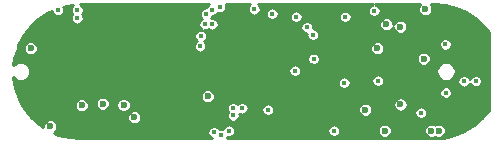
<source format=gbr>
G04 #@! TF.GenerationSoftware,KiCad,Pcbnew,5.1.10-88a1d61d58~90~ubuntu20.04.1*
G04 #@! TF.CreationDate,2021-11-22T21:12:46+01:00*
G04 #@! TF.ProjectId,nRF52832_qfaa,6e524635-3238-4333-925f-716661612e6b,rev?*
G04 #@! TF.SameCoordinates,Original*
G04 #@! TF.FileFunction,Copper,L2,Inr*
G04 #@! TF.FilePolarity,Positive*
%FSLAX45Y45*%
G04 Gerber Fmt 4.5, Leading zero omitted, Abs format (unit mm)*
G04 Created by KiCad (PCBNEW 5.1.10-88a1d61d58~90~ubuntu20.04.1) date 2021-11-22 21:12:46*
%MOMM*%
%LPD*%
G01*
G04 APERTURE LIST*
G04 #@! TA.AperFunction,ComponentPad*
%ADD10C,0.500000*%
G04 #@! TD*
G04 #@! TA.AperFunction,ComponentPad*
%ADD11C,0.908000*%
G04 #@! TD*
G04 #@! TA.AperFunction,ViaPad*
%ADD12C,0.600000*%
G04 #@! TD*
G04 #@! TA.AperFunction,ViaPad*
%ADD13C,0.450000*%
G04 #@! TD*
G04 #@! TA.AperFunction,Conductor*
%ADD14C,0.200000*%
G04 #@! TD*
G04 #@! TA.AperFunction,Conductor*
%ADD15C,0.500000*%
G04 #@! TD*
G04 #@! TA.AperFunction,Conductor*
%ADD16C,0.220000*%
G04 #@! TD*
G04 #@! TA.AperFunction,Conductor*
%ADD17C,0.100000*%
G04 #@! TD*
G04 APERTURE END LIST*
D10*
X6473080Y-3227960D03*
X6473080Y-3132960D03*
X6568080Y-3227960D03*
X6568080Y-3132960D03*
D11*
X5165080Y-3644560D03*
X5165080Y-3524560D03*
X5165080Y-3404560D03*
X5165080Y-3284560D03*
X5045080Y-3644560D03*
X5045080Y-3524560D03*
X5045080Y-3404560D03*
X5045080Y-3284560D03*
X4925080Y-3644560D03*
X4925080Y-3524560D03*
X4925080Y-3404560D03*
X4925080Y-3284560D03*
X4805080Y-3644560D03*
X4805080Y-3524560D03*
X4805080Y-3404560D03*
X4805080Y-3284560D03*
D12*
X6977380Y-3223260D03*
X4297680Y-3413760D03*
X4297680Y-3312160D03*
X5758180Y-3858260D03*
X5935980Y-3667760D03*
X5542280Y-3845560D03*
X4310380Y-4036060D03*
X3192780Y-3832860D03*
X5758180Y-3680460D03*
D13*
X4612107Y-3080487D03*
X4564451Y-3274131D03*
X4538980Y-3693160D03*
X4564309Y-3375589D03*
X4157980Y-3655060D03*
X4145280Y-3451860D03*
D12*
X3180080Y-3197860D03*
X4132580Y-3832860D03*
D13*
X4653280Y-4023360D03*
X4094480Y-3083560D03*
X4348480Y-3083560D03*
X4310380Y-3134360D03*
X4221480Y-3147060D03*
X3611880Y-3134360D03*
X3256280Y-3134360D03*
X3611880Y-3350260D03*
X3611880Y-3528060D03*
X6786880Y-3020060D03*
X6964680Y-3121660D03*
X3700780Y-3870960D03*
X3522980Y-3870960D03*
X3878580Y-4010660D03*
X4196080Y-4036060D03*
X6278880Y-2980960D03*
X5339080Y-2981965D03*
X5580380Y-3020060D03*
X4107180Y-3286760D03*
X6177280Y-3528060D03*
X6558280Y-3832860D03*
X6329681Y-4061460D03*
X5605780Y-4087763D03*
X5072380Y-4087763D03*
X5173980Y-4087763D03*
X6723380Y-3870960D03*
X6384681Y-3312160D03*
X6101080Y-3210560D03*
D12*
X6570980Y-4036060D03*
X6634480Y-4036060D03*
X4678680Y-3743960D03*
X3345180Y-3997960D03*
X3180080Y-3337560D03*
D13*
X4894580Y-3906760D03*
X5186680Y-3858260D03*
X5427980Y-3070860D03*
X6118480Y-3612260D03*
X6482080Y-3883660D03*
D12*
X3789680Y-3807460D03*
D13*
X4894580Y-3845560D03*
X4614380Y-3321790D03*
X4618380Y-3233560D03*
X4653280Y-3134360D03*
X4716780Y-3134360D03*
D12*
X6520180Y-3007360D03*
X6189980Y-3134360D03*
D13*
X5834380Y-3629660D03*
X5574379Y-3426460D03*
X6088380Y-3020060D03*
X5567680Y-3223260D03*
X5844148Y-3070860D03*
X5516880Y-3159760D03*
X3573780Y-3013640D03*
X4716780Y-3012313D03*
X3409080Y-3013974D03*
X4780280Y-2987759D03*
X3573780Y-3083560D03*
X4665980Y-3045460D03*
X6946280Y-3616960D03*
X6846580Y-3616960D03*
X6691806Y-3305635D03*
D12*
X6507480Y-3426460D03*
X4056381Y-3921760D03*
X6307867Y-3155460D03*
D13*
X5072380Y-3007360D03*
X5224780Y-3045460D03*
D12*
X6310630Y-3813810D03*
D13*
X6692286Y-3712575D03*
D12*
X6012180Y-3858259D03*
D13*
X4729480Y-4048760D03*
D12*
X3967288Y-3818769D03*
X6177280Y-4036060D03*
D13*
X4792980Y-4074160D03*
D12*
X6113780Y-3337560D03*
D13*
X5415280Y-3528060D03*
X4856480Y-4036060D03*
X5745480Y-4036060D03*
D12*
X3611880Y-3820160D03*
D13*
X4970780Y-3845560D03*
D14*
X5542280Y-3845560D02*
X5486080Y-3845560D01*
D15*
X5366080Y-3845560D02*
X5165080Y-3644560D01*
X5542280Y-3845560D02*
X5366080Y-3845560D01*
D16*
X4682676Y-2970757D02*
X4675224Y-2978209D01*
X4669369Y-2986972D01*
X4667303Y-2991960D01*
X4660711Y-2991960D01*
X4650375Y-2994016D01*
X4640638Y-2998049D01*
X4631876Y-3003904D01*
X4624424Y-3011356D01*
X4618569Y-3020118D01*
X4614536Y-3029855D01*
X4612480Y-3040191D01*
X4612480Y-3050729D01*
X4614536Y-3061065D01*
X4618569Y-3070802D01*
X4624424Y-3079564D01*
X4630675Y-3085815D01*
X4627938Y-3086949D01*
X4619176Y-3092804D01*
X4611724Y-3100256D01*
X4605869Y-3109018D01*
X4601836Y-3118755D01*
X4599780Y-3129091D01*
X4599780Y-3139629D01*
X4601836Y-3149965D01*
X4605869Y-3159702D01*
X4611724Y-3168464D01*
X4619176Y-3175916D01*
X4626110Y-3180549D01*
X4623650Y-3180060D01*
X4613111Y-3180060D01*
X4602775Y-3182116D01*
X4593038Y-3186149D01*
X4584276Y-3192004D01*
X4576824Y-3199456D01*
X4570969Y-3208218D01*
X4566936Y-3217954D01*
X4564880Y-3228291D01*
X4564880Y-3238829D01*
X4566936Y-3249165D01*
X4570969Y-3258902D01*
X4576824Y-3267664D01*
X4584276Y-3275116D01*
X4586105Y-3276338D01*
X4580276Y-3280234D01*
X4572824Y-3287685D01*
X4566969Y-3296448D01*
X4562936Y-3306184D01*
X4560880Y-3316520D01*
X4560880Y-3327059D01*
X4562936Y-3337395D01*
X4566969Y-3347132D01*
X4572824Y-3355894D01*
X4580276Y-3363346D01*
X4589038Y-3369201D01*
X4598775Y-3373234D01*
X4609111Y-3375290D01*
X4619649Y-3375290D01*
X4629985Y-3373234D01*
X4639722Y-3369201D01*
X4648484Y-3363346D01*
X4655936Y-3355894D01*
X4661791Y-3347132D01*
X4665824Y-3337395D01*
X4666986Y-3331552D01*
X6052780Y-3331552D01*
X6052780Y-3343568D01*
X6055124Y-3355353D01*
X6059722Y-3366454D01*
X6066398Y-3376445D01*
X6074895Y-3384942D01*
X6084886Y-3391617D01*
X6095987Y-3396216D01*
X6107772Y-3398560D01*
X6119788Y-3398560D01*
X6131573Y-3396216D01*
X6142674Y-3391617D01*
X6152665Y-3384942D01*
X6161162Y-3376445D01*
X6167837Y-3366454D01*
X6172436Y-3355353D01*
X6174780Y-3343568D01*
X6174780Y-3331552D01*
X6172436Y-3319767D01*
X6167837Y-3308666D01*
X6162292Y-3300366D01*
X6638306Y-3300366D01*
X6638306Y-3310904D01*
X6640362Y-3321240D01*
X6644395Y-3330977D01*
X6650250Y-3339739D01*
X6657702Y-3347191D01*
X6666464Y-3353046D01*
X6676200Y-3357079D01*
X6686537Y-3359135D01*
X6697075Y-3359135D01*
X6707411Y-3357079D01*
X6717148Y-3353046D01*
X6725910Y-3347191D01*
X6733362Y-3339739D01*
X6739217Y-3330977D01*
X6743250Y-3321240D01*
X6745306Y-3310904D01*
X6745306Y-3300366D01*
X6743250Y-3290029D01*
X6739217Y-3280293D01*
X6733362Y-3271531D01*
X6725910Y-3264079D01*
X6717148Y-3258224D01*
X6707411Y-3254191D01*
X6697075Y-3252135D01*
X6686537Y-3252135D01*
X6676200Y-3254191D01*
X6666464Y-3258224D01*
X6657702Y-3264079D01*
X6650250Y-3271531D01*
X6644395Y-3280293D01*
X6640362Y-3290029D01*
X6638306Y-3300366D01*
X6162292Y-3300366D01*
X6161162Y-3298675D01*
X6152665Y-3290178D01*
X6142674Y-3283502D01*
X6131573Y-3278904D01*
X6119788Y-3276560D01*
X6107772Y-3276560D01*
X6095987Y-3278904D01*
X6084886Y-3283502D01*
X6074895Y-3290178D01*
X6066398Y-3298675D01*
X6059722Y-3308666D01*
X6055124Y-3319767D01*
X6052780Y-3331552D01*
X4666986Y-3331552D01*
X4667880Y-3327059D01*
X4667880Y-3316520D01*
X4665824Y-3306184D01*
X4661791Y-3296448D01*
X4655936Y-3287685D01*
X4648484Y-3280234D01*
X4646655Y-3279011D01*
X4652485Y-3275116D01*
X4659936Y-3267664D01*
X4665791Y-3258902D01*
X4669824Y-3249165D01*
X4671880Y-3238829D01*
X4671880Y-3228291D01*
X4669824Y-3217954D01*
X4665791Y-3208218D01*
X4659936Y-3199456D01*
X4652485Y-3192004D01*
X4645551Y-3187371D01*
X4648011Y-3187860D01*
X4658549Y-3187860D01*
X4668885Y-3185804D01*
X4678622Y-3181771D01*
X4685030Y-3177489D01*
X4691438Y-3181771D01*
X4701175Y-3185804D01*
X4711511Y-3187860D01*
X4722049Y-3187860D01*
X4732385Y-3185804D01*
X4742122Y-3181771D01*
X4750884Y-3175916D01*
X4758336Y-3168464D01*
X4764191Y-3159702D01*
X4766350Y-3154491D01*
X5463380Y-3154491D01*
X5463380Y-3165029D01*
X5465436Y-3175365D01*
X5469469Y-3185102D01*
X5475324Y-3193864D01*
X5482776Y-3201316D01*
X5491538Y-3207171D01*
X5501275Y-3211204D01*
X5511611Y-3213260D01*
X5515121Y-3213260D01*
X5514180Y-3217991D01*
X5514180Y-3228529D01*
X5516236Y-3238865D01*
X5520269Y-3248602D01*
X5526124Y-3257364D01*
X5533576Y-3264816D01*
X5542338Y-3270671D01*
X5552075Y-3274704D01*
X5562411Y-3276760D01*
X5572949Y-3276760D01*
X5583285Y-3274704D01*
X5593022Y-3270671D01*
X5601784Y-3264816D01*
X5609236Y-3257364D01*
X5615091Y-3248602D01*
X5619124Y-3238865D01*
X5621180Y-3228529D01*
X5621180Y-3217991D01*
X5619124Y-3207655D01*
X5615091Y-3197918D01*
X5609236Y-3189156D01*
X5601784Y-3181704D01*
X5593022Y-3175849D01*
X5583285Y-3171816D01*
X5572949Y-3169760D01*
X5569439Y-3169760D01*
X5570380Y-3165029D01*
X5570380Y-3154491D01*
X5568324Y-3144155D01*
X5564291Y-3134418D01*
X5560238Y-3128352D01*
X6128980Y-3128352D01*
X6128980Y-3140368D01*
X6131324Y-3152153D01*
X6135922Y-3163254D01*
X6142598Y-3173245D01*
X6151095Y-3181742D01*
X6161086Y-3188417D01*
X6172187Y-3193016D01*
X6183972Y-3195360D01*
X6195988Y-3195360D01*
X6207773Y-3193016D01*
X6218874Y-3188417D01*
X6228865Y-3181742D01*
X6237362Y-3173245D01*
X6244037Y-3163254D01*
X6246867Y-3156423D01*
X6246867Y-3161468D01*
X6249211Y-3173253D01*
X6253810Y-3184354D01*
X6260485Y-3194345D01*
X6268982Y-3202842D01*
X6278973Y-3209517D01*
X6290074Y-3214116D01*
X6301859Y-3216460D01*
X6313875Y-3216460D01*
X6325660Y-3214116D01*
X6336762Y-3209517D01*
X6346753Y-3202842D01*
X6355249Y-3194345D01*
X6361925Y-3184354D01*
X6366523Y-3173253D01*
X6368867Y-3161468D01*
X6368867Y-3149452D01*
X6366523Y-3137667D01*
X6361925Y-3126566D01*
X6355249Y-3116575D01*
X6346753Y-3108078D01*
X6336762Y-3101402D01*
X6325660Y-3096804D01*
X6313875Y-3094460D01*
X6301859Y-3094460D01*
X6290074Y-3096804D01*
X6278973Y-3101402D01*
X6268982Y-3108078D01*
X6260485Y-3116575D01*
X6253810Y-3126566D01*
X6250980Y-3133397D01*
X6250980Y-3128352D01*
X6248636Y-3116567D01*
X6244037Y-3105466D01*
X6237362Y-3095475D01*
X6228865Y-3086978D01*
X6218874Y-3080302D01*
X6207773Y-3075704D01*
X6195988Y-3073360D01*
X6183972Y-3073360D01*
X6172187Y-3075704D01*
X6161086Y-3080302D01*
X6151095Y-3086978D01*
X6142598Y-3095475D01*
X6135922Y-3105466D01*
X6131324Y-3116567D01*
X6128980Y-3128352D01*
X5560238Y-3128352D01*
X5558436Y-3125656D01*
X5550984Y-3118204D01*
X5542222Y-3112349D01*
X5532485Y-3108316D01*
X5522149Y-3106260D01*
X5511611Y-3106260D01*
X5501275Y-3108316D01*
X5491538Y-3112349D01*
X5482776Y-3118204D01*
X5475324Y-3125656D01*
X5469469Y-3134418D01*
X5465436Y-3144155D01*
X5463380Y-3154491D01*
X4766350Y-3154491D01*
X4768224Y-3149965D01*
X4770280Y-3139629D01*
X4770280Y-3129091D01*
X4768224Y-3118755D01*
X4764191Y-3109018D01*
X4758336Y-3100256D01*
X4750884Y-3092804D01*
X4742122Y-3086949D01*
X4732385Y-3082916D01*
X4722049Y-3080860D01*
X4711511Y-3080860D01*
X4704932Y-3082168D01*
X4707536Y-3079564D01*
X4713391Y-3070802D01*
X4715457Y-3065813D01*
X4722049Y-3065813D01*
X4732385Y-3063758D01*
X4742122Y-3059725D01*
X4750884Y-3053870D01*
X4758336Y-3046418D01*
X4763486Y-3038711D01*
X4764675Y-3039203D01*
X4775011Y-3041259D01*
X4785549Y-3041259D01*
X4795885Y-3039203D01*
X4805622Y-3035170D01*
X4814384Y-3029315D01*
X4821836Y-3021863D01*
X4827691Y-3013101D01*
X4831724Y-3003364D01*
X4833780Y-2993028D01*
X4833780Y-2982490D01*
X4831724Y-2972154D01*
X4829573Y-2966960D01*
X5037120Y-2966960D01*
X5030824Y-2973256D01*
X5024969Y-2982018D01*
X5020936Y-2991755D01*
X5018880Y-3002091D01*
X5018880Y-3012629D01*
X5020936Y-3022965D01*
X5024969Y-3032702D01*
X5030824Y-3041464D01*
X5038276Y-3048916D01*
X5047038Y-3054771D01*
X5056775Y-3058804D01*
X5067111Y-3060860D01*
X5077649Y-3060860D01*
X5087985Y-3058804D01*
X5097722Y-3054771D01*
X5106484Y-3048916D01*
X5113936Y-3041464D01*
X5114787Y-3040191D01*
X5171280Y-3040191D01*
X5171280Y-3050729D01*
X5173336Y-3061065D01*
X5177369Y-3070802D01*
X5183224Y-3079564D01*
X5190676Y-3087016D01*
X5199438Y-3092871D01*
X5209175Y-3096904D01*
X5219511Y-3098960D01*
X5230049Y-3098960D01*
X5240385Y-3096904D01*
X5250122Y-3092871D01*
X5258884Y-3087016D01*
X5266336Y-3079564D01*
X5272191Y-3070802D01*
X5274350Y-3065591D01*
X5374480Y-3065591D01*
X5374480Y-3076129D01*
X5376536Y-3086465D01*
X5380569Y-3096202D01*
X5386424Y-3104964D01*
X5393876Y-3112416D01*
X5402638Y-3118271D01*
X5412375Y-3122304D01*
X5422711Y-3124360D01*
X5433249Y-3124360D01*
X5443585Y-3122304D01*
X5453322Y-3118271D01*
X5462084Y-3112416D01*
X5469536Y-3104964D01*
X5475391Y-3096202D01*
X5479424Y-3086465D01*
X5481480Y-3076129D01*
X5481480Y-3065591D01*
X5790648Y-3065591D01*
X5790648Y-3076129D01*
X5792704Y-3086465D01*
X5796737Y-3096202D01*
X5802592Y-3104964D01*
X5810044Y-3112416D01*
X5818807Y-3118271D01*
X5828543Y-3122304D01*
X5838879Y-3124360D01*
X5849418Y-3124360D01*
X5859754Y-3122304D01*
X5869490Y-3118271D01*
X5878253Y-3112416D01*
X5885705Y-3104964D01*
X5891560Y-3096202D01*
X5895593Y-3086465D01*
X5897648Y-3076129D01*
X5897648Y-3065591D01*
X5895593Y-3055255D01*
X5891560Y-3045518D01*
X5885705Y-3036756D01*
X5878253Y-3029304D01*
X5869490Y-3023449D01*
X5859754Y-3019416D01*
X5849418Y-3017360D01*
X5838879Y-3017360D01*
X5828543Y-3019416D01*
X5818807Y-3023449D01*
X5810044Y-3029304D01*
X5802592Y-3036756D01*
X5796737Y-3045518D01*
X5792704Y-3055255D01*
X5790648Y-3065591D01*
X5481480Y-3065591D01*
X5479424Y-3055255D01*
X5475391Y-3045518D01*
X5469536Y-3036756D01*
X5462084Y-3029304D01*
X5453322Y-3023449D01*
X5443585Y-3019416D01*
X5433249Y-3017360D01*
X5422711Y-3017360D01*
X5412375Y-3019416D01*
X5402638Y-3023449D01*
X5393876Y-3029304D01*
X5386424Y-3036756D01*
X5380569Y-3045518D01*
X5376536Y-3055255D01*
X5374480Y-3065591D01*
X5274350Y-3065591D01*
X5276224Y-3061065D01*
X5278280Y-3050729D01*
X5278280Y-3040191D01*
X5276224Y-3029855D01*
X5272191Y-3020118D01*
X5266336Y-3011356D01*
X5258884Y-3003904D01*
X5250122Y-2998049D01*
X5240385Y-2994016D01*
X5230049Y-2991960D01*
X5219511Y-2991960D01*
X5209175Y-2994016D01*
X5199438Y-2998049D01*
X5190676Y-3003904D01*
X5183224Y-3011356D01*
X5177369Y-3020118D01*
X5173336Y-3029855D01*
X5171280Y-3040191D01*
X5114787Y-3040191D01*
X5119791Y-3032702D01*
X5123824Y-3022965D01*
X5125880Y-3012629D01*
X5125880Y-3002091D01*
X5123824Y-2991755D01*
X5119791Y-2982018D01*
X5113936Y-2973256D01*
X5107641Y-2966960D01*
X6081100Y-2966960D01*
X6072775Y-2968616D01*
X6063038Y-2972649D01*
X6054276Y-2978504D01*
X6046824Y-2985956D01*
X6040969Y-2994718D01*
X6036936Y-3004455D01*
X6034880Y-3014791D01*
X6034880Y-3025329D01*
X6036936Y-3035665D01*
X6040969Y-3045402D01*
X6046824Y-3054164D01*
X6054276Y-3061616D01*
X6063038Y-3067471D01*
X6072775Y-3071504D01*
X6083111Y-3073560D01*
X6093649Y-3073560D01*
X6103985Y-3071504D01*
X6113722Y-3067471D01*
X6122484Y-3061616D01*
X6129936Y-3054164D01*
X6135791Y-3045402D01*
X6139824Y-3035665D01*
X6141880Y-3025329D01*
X6141880Y-3014791D01*
X6139824Y-3004455D01*
X6135791Y-2994718D01*
X6129936Y-2985956D01*
X6122484Y-2978504D01*
X6113722Y-2972649D01*
X6103985Y-2968616D01*
X6095660Y-2966960D01*
X6474313Y-2966960D01*
X6472798Y-2968475D01*
X6466122Y-2978466D01*
X6461524Y-2989567D01*
X6459180Y-3001352D01*
X6459180Y-3013368D01*
X6461524Y-3025153D01*
X6466122Y-3036254D01*
X6472798Y-3046245D01*
X6481295Y-3054742D01*
X6491286Y-3061417D01*
X6502387Y-3066016D01*
X6514172Y-3068360D01*
X6526188Y-3068360D01*
X6537973Y-3066016D01*
X6549074Y-3061417D01*
X6559065Y-3054742D01*
X6567562Y-3046245D01*
X6574237Y-3036254D01*
X6578836Y-3025153D01*
X6581180Y-3013368D01*
X6581180Y-3001352D01*
X6578836Y-2989567D01*
X6574237Y-2978466D01*
X6567562Y-2968475D01*
X6566047Y-2966960D01*
X6594905Y-2966960D01*
X6688785Y-2974678D01*
X6778807Y-2997290D01*
X6863926Y-3034301D01*
X6941858Y-3084718D01*
X7010661Y-3147323D01*
X7056502Y-3203940D01*
X7062780Y-3236646D01*
X7062780Y-3331815D01*
X7062780Y-3331815D01*
X7062780Y-3731814D01*
X7062780Y-3731815D01*
X7062780Y-3830273D01*
X7056543Y-3862767D01*
X7001003Y-3929684D01*
X6930855Y-3990465D01*
X6851721Y-4038973D01*
X6765728Y-4073906D01*
X6674984Y-4094369D01*
X6642632Y-4096634D01*
X6652273Y-4094716D01*
X6663374Y-4090117D01*
X6673365Y-4083442D01*
X6681862Y-4074945D01*
X6688537Y-4064954D01*
X6693136Y-4053853D01*
X6695480Y-4042068D01*
X6695480Y-4030052D01*
X6693136Y-4018267D01*
X6688537Y-4007166D01*
X6681862Y-3997175D01*
X6673365Y-3988678D01*
X6663374Y-3982002D01*
X6652273Y-3977404D01*
X6640488Y-3975060D01*
X6628472Y-3975060D01*
X6616687Y-3977404D01*
X6605586Y-3982002D01*
X6602730Y-3983910D01*
X6599874Y-3982002D01*
X6588773Y-3977404D01*
X6576988Y-3975060D01*
X6564972Y-3975060D01*
X6553187Y-3977404D01*
X6542086Y-3982002D01*
X6532095Y-3988678D01*
X6523598Y-3997175D01*
X6516922Y-4007166D01*
X6512324Y-4018267D01*
X6509980Y-4030052D01*
X6509980Y-4042068D01*
X6512324Y-4053853D01*
X6516922Y-4064954D01*
X6523598Y-4074945D01*
X6532095Y-4083442D01*
X6542086Y-4090117D01*
X6553187Y-4094716D01*
X6564972Y-4097060D01*
X6576988Y-4097060D01*
X6588773Y-4094716D01*
X6599874Y-4090117D01*
X6602730Y-4088209D01*
X6605586Y-4090117D01*
X6616687Y-4094716D01*
X6628472Y-4097060D01*
X6636540Y-4097060D01*
X6595109Y-4099960D01*
X4840085Y-4099960D01*
X4840391Y-4099502D01*
X4844424Y-4089765D01*
X4844722Y-4088269D01*
X4851211Y-4089560D01*
X4861749Y-4089560D01*
X4872085Y-4087504D01*
X4881822Y-4083471D01*
X4890584Y-4077616D01*
X4898036Y-4070164D01*
X4903891Y-4061402D01*
X4907924Y-4051665D01*
X4909980Y-4041329D01*
X4909980Y-4030791D01*
X5691980Y-4030791D01*
X5691980Y-4041329D01*
X5694036Y-4051665D01*
X5698069Y-4061402D01*
X5703924Y-4070164D01*
X5711376Y-4077616D01*
X5720138Y-4083471D01*
X5729875Y-4087504D01*
X5740211Y-4089560D01*
X5750749Y-4089560D01*
X5761085Y-4087504D01*
X5770822Y-4083471D01*
X5779584Y-4077616D01*
X5787036Y-4070164D01*
X5792891Y-4061402D01*
X5796924Y-4051665D01*
X5798980Y-4041329D01*
X5798980Y-4030791D01*
X5798833Y-4030052D01*
X6116280Y-4030052D01*
X6116280Y-4042068D01*
X6118624Y-4053853D01*
X6123222Y-4064954D01*
X6129898Y-4074945D01*
X6138395Y-4083442D01*
X6148386Y-4090117D01*
X6159487Y-4094716D01*
X6171272Y-4097060D01*
X6183288Y-4097060D01*
X6195073Y-4094716D01*
X6206174Y-4090117D01*
X6216165Y-4083442D01*
X6224662Y-4074945D01*
X6231337Y-4064954D01*
X6235936Y-4053853D01*
X6238280Y-4042068D01*
X6238280Y-4030052D01*
X6235936Y-4018267D01*
X6231337Y-4007166D01*
X6224662Y-3997175D01*
X6216165Y-3988678D01*
X6206174Y-3982002D01*
X6195073Y-3977404D01*
X6183288Y-3975060D01*
X6171272Y-3975060D01*
X6159487Y-3977404D01*
X6148386Y-3982002D01*
X6138395Y-3988678D01*
X6129898Y-3997175D01*
X6123222Y-4007166D01*
X6118624Y-4018267D01*
X6116280Y-4030052D01*
X5798833Y-4030052D01*
X5796924Y-4020455D01*
X5792891Y-4010718D01*
X5787036Y-4001956D01*
X5779584Y-3994504D01*
X5770822Y-3988649D01*
X5761085Y-3984616D01*
X5750749Y-3982560D01*
X5740211Y-3982560D01*
X5729875Y-3984616D01*
X5720138Y-3988649D01*
X5711376Y-3994504D01*
X5703924Y-4001956D01*
X5698069Y-4010718D01*
X5694036Y-4020455D01*
X5691980Y-4030791D01*
X4909980Y-4030791D01*
X4907924Y-4020455D01*
X4903891Y-4010718D01*
X4898036Y-4001956D01*
X4890584Y-3994504D01*
X4881822Y-3988649D01*
X4872085Y-3984616D01*
X4861749Y-3982560D01*
X4851211Y-3982560D01*
X4840875Y-3984616D01*
X4831138Y-3988649D01*
X4822376Y-3994504D01*
X4814924Y-4001956D01*
X4809069Y-4010718D01*
X4805036Y-4020455D01*
X4804738Y-4021951D01*
X4798249Y-4020660D01*
X4787711Y-4020660D01*
X4777375Y-4022716D01*
X4776628Y-4023025D01*
X4771036Y-4014656D01*
X4763584Y-4007204D01*
X4754822Y-4001349D01*
X4745085Y-3997316D01*
X4734749Y-3995260D01*
X4724211Y-3995260D01*
X4713875Y-3997316D01*
X4704138Y-4001349D01*
X4695376Y-4007204D01*
X4687924Y-4014656D01*
X4682069Y-4023418D01*
X4678036Y-4033155D01*
X4675980Y-4043491D01*
X4675980Y-4054029D01*
X4678036Y-4064365D01*
X4682069Y-4074102D01*
X4687924Y-4082864D01*
X4695376Y-4090316D01*
X4704138Y-4096171D01*
X4713285Y-4099960D01*
X3597655Y-4099960D01*
X3503774Y-4092241D01*
X3413753Y-4069630D01*
X3373651Y-4052193D01*
X3374074Y-4052017D01*
X3384065Y-4045342D01*
X3392562Y-4036845D01*
X3399237Y-4026854D01*
X3403836Y-4015753D01*
X3406180Y-4003968D01*
X3406180Y-3991952D01*
X3403836Y-3980167D01*
X3399237Y-3969066D01*
X3392562Y-3959075D01*
X3384065Y-3950578D01*
X3374074Y-3943902D01*
X3362973Y-3939304D01*
X3351188Y-3936960D01*
X3339172Y-3936960D01*
X3327387Y-3939304D01*
X3316286Y-3943902D01*
X3306295Y-3950578D01*
X3297798Y-3959075D01*
X3291122Y-3969066D01*
X3286524Y-3980167D01*
X3284180Y-3991952D01*
X3284180Y-4003861D01*
X3250701Y-3982202D01*
X3182051Y-3919735D01*
X3178905Y-3915752D01*
X3995381Y-3915752D01*
X3995381Y-3927768D01*
X3997725Y-3939553D01*
X4002324Y-3950654D01*
X4008999Y-3960645D01*
X4017496Y-3969142D01*
X4027487Y-3975817D01*
X4038588Y-3980416D01*
X4050373Y-3982760D01*
X4062389Y-3982760D01*
X4074174Y-3980416D01*
X4085276Y-3975817D01*
X4095266Y-3969142D01*
X4103763Y-3960645D01*
X4110439Y-3950654D01*
X4115037Y-3939553D01*
X4117381Y-3927768D01*
X4117381Y-3915752D01*
X4115037Y-3903967D01*
X4110439Y-3892866D01*
X4103763Y-3882875D01*
X4095266Y-3874378D01*
X4085276Y-3867702D01*
X4074174Y-3863104D01*
X4062389Y-3860760D01*
X4050373Y-3860760D01*
X4038588Y-3863104D01*
X4027487Y-3867702D01*
X4017496Y-3874378D01*
X4008999Y-3882875D01*
X4002324Y-3892866D01*
X3997725Y-3903967D01*
X3995381Y-3915752D01*
X3178905Y-3915752D01*
X3124524Y-3846894D01*
X3106450Y-3814152D01*
X3550880Y-3814152D01*
X3550880Y-3826168D01*
X3553224Y-3837953D01*
X3557822Y-3849054D01*
X3564498Y-3859045D01*
X3572995Y-3867542D01*
X3582986Y-3874217D01*
X3594087Y-3878816D01*
X3605872Y-3881160D01*
X3617888Y-3881160D01*
X3629673Y-3878816D01*
X3640774Y-3874217D01*
X3650765Y-3867542D01*
X3659262Y-3859045D01*
X3665937Y-3849054D01*
X3670536Y-3837953D01*
X3672880Y-3826168D01*
X3672880Y-3814152D01*
X3670536Y-3802367D01*
X3670157Y-3801452D01*
X3728680Y-3801452D01*
X3728680Y-3813468D01*
X3731024Y-3825253D01*
X3735622Y-3836354D01*
X3742298Y-3846345D01*
X3750795Y-3854842D01*
X3760786Y-3861517D01*
X3771887Y-3866116D01*
X3783672Y-3868460D01*
X3795688Y-3868460D01*
X3807473Y-3866116D01*
X3818574Y-3861517D01*
X3828565Y-3854842D01*
X3837062Y-3846345D01*
X3843737Y-3836354D01*
X3848336Y-3825253D01*
X3850680Y-3813468D01*
X3850680Y-3812761D01*
X3906288Y-3812761D01*
X3906288Y-3824777D01*
X3908632Y-3836562D01*
X3913230Y-3847663D01*
X3919906Y-3857654D01*
X3928402Y-3866151D01*
X3938393Y-3872826D01*
X3949495Y-3877425D01*
X3961280Y-3879769D01*
X3973296Y-3879769D01*
X3985081Y-3877425D01*
X3996182Y-3872826D01*
X4006173Y-3866151D01*
X4014669Y-3857654D01*
X4021345Y-3847663D01*
X4024399Y-3840291D01*
X4841080Y-3840291D01*
X4841080Y-3850829D01*
X4843136Y-3861165D01*
X4847169Y-3870902D01*
X4850682Y-3876160D01*
X4847169Y-3881418D01*
X4843136Y-3891154D01*
X4841080Y-3901491D01*
X4841080Y-3912029D01*
X4843136Y-3922365D01*
X4847169Y-3932102D01*
X4853024Y-3940864D01*
X4860476Y-3948316D01*
X4869238Y-3954171D01*
X4878975Y-3958204D01*
X4889311Y-3960260D01*
X4899849Y-3960260D01*
X4910185Y-3958204D01*
X4919922Y-3954171D01*
X4928684Y-3948316D01*
X4936136Y-3940864D01*
X4941991Y-3932102D01*
X4946024Y-3922365D01*
X4948080Y-3912029D01*
X4948080Y-3901491D01*
X4946471Y-3893399D01*
X4955175Y-3897004D01*
X4965511Y-3899060D01*
X4976049Y-3899060D01*
X4986385Y-3897004D01*
X4996122Y-3892971D01*
X5004884Y-3887116D01*
X5012336Y-3879664D01*
X5018191Y-3870902D01*
X5022224Y-3861165D01*
X5023850Y-3852991D01*
X5133180Y-3852991D01*
X5133180Y-3863529D01*
X5135236Y-3873865D01*
X5139269Y-3883602D01*
X5145124Y-3892364D01*
X5152576Y-3899816D01*
X5161338Y-3905671D01*
X5171075Y-3909704D01*
X5181411Y-3911760D01*
X5191949Y-3911760D01*
X5202285Y-3909704D01*
X5212022Y-3905671D01*
X5220784Y-3899816D01*
X5228236Y-3892364D01*
X5234091Y-3883602D01*
X5238124Y-3873865D01*
X5240180Y-3863529D01*
X5240180Y-3852991D01*
X5240033Y-3852251D01*
X5951180Y-3852251D01*
X5951180Y-3864267D01*
X5953524Y-3876052D01*
X5958122Y-3887153D01*
X5964798Y-3897144D01*
X5973295Y-3905641D01*
X5983286Y-3912316D01*
X5994387Y-3916915D01*
X6006172Y-3919259D01*
X6018188Y-3919259D01*
X6029973Y-3916915D01*
X6041074Y-3912316D01*
X6051065Y-3905641D01*
X6059562Y-3897144D01*
X6066237Y-3887153D01*
X6069867Y-3878391D01*
X6428580Y-3878391D01*
X6428580Y-3888929D01*
X6430636Y-3899265D01*
X6434669Y-3909002D01*
X6440524Y-3917764D01*
X6447976Y-3925216D01*
X6456738Y-3931071D01*
X6466475Y-3935104D01*
X6476811Y-3937160D01*
X6487349Y-3937160D01*
X6497685Y-3935104D01*
X6507422Y-3931071D01*
X6516184Y-3925216D01*
X6523636Y-3917764D01*
X6529491Y-3909002D01*
X6533524Y-3899265D01*
X6535580Y-3888929D01*
X6535580Y-3878391D01*
X6533524Y-3868055D01*
X6529491Y-3858318D01*
X6523636Y-3849556D01*
X6516184Y-3842104D01*
X6507422Y-3836249D01*
X6497685Y-3832216D01*
X6487349Y-3830160D01*
X6476811Y-3830160D01*
X6466475Y-3832216D01*
X6456738Y-3836249D01*
X6447976Y-3842104D01*
X6440524Y-3849556D01*
X6434669Y-3858318D01*
X6430636Y-3868055D01*
X6428580Y-3878391D01*
X6069867Y-3878391D01*
X6070836Y-3876052D01*
X6073180Y-3864267D01*
X6073180Y-3852251D01*
X6070836Y-3840466D01*
X6066237Y-3829364D01*
X6059562Y-3819373D01*
X6051065Y-3810877D01*
X6046463Y-3807802D01*
X6249630Y-3807802D01*
X6249630Y-3819818D01*
X6251974Y-3831603D01*
X6256572Y-3842704D01*
X6263248Y-3852695D01*
X6271745Y-3861192D01*
X6281736Y-3867867D01*
X6292837Y-3872466D01*
X6304622Y-3874810D01*
X6316638Y-3874810D01*
X6328423Y-3872466D01*
X6339524Y-3867867D01*
X6349515Y-3861192D01*
X6358012Y-3852695D01*
X6364687Y-3842704D01*
X6369286Y-3831603D01*
X6371630Y-3819818D01*
X6371630Y-3807802D01*
X6369286Y-3796017D01*
X6364687Y-3784916D01*
X6358012Y-3774925D01*
X6349515Y-3766428D01*
X6339524Y-3759752D01*
X6328423Y-3755154D01*
X6316638Y-3752810D01*
X6304622Y-3752810D01*
X6292837Y-3755154D01*
X6281736Y-3759752D01*
X6271745Y-3766428D01*
X6263248Y-3774925D01*
X6256572Y-3784916D01*
X6251974Y-3796017D01*
X6249630Y-3807802D01*
X6046463Y-3807802D01*
X6041074Y-3804201D01*
X6029973Y-3799603D01*
X6018188Y-3797259D01*
X6006172Y-3797259D01*
X5994387Y-3799603D01*
X5983286Y-3804201D01*
X5973295Y-3810877D01*
X5964798Y-3819373D01*
X5958122Y-3829364D01*
X5953524Y-3840466D01*
X5951180Y-3852251D01*
X5240033Y-3852251D01*
X5238124Y-3842655D01*
X5234091Y-3832918D01*
X5228236Y-3824156D01*
X5220784Y-3816704D01*
X5212022Y-3810849D01*
X5202285Y-3806816D01*
X5191949Y-3804760D01*
X5181411Y-3804760D01*
X5171075Y-3806816D01*
X5161338Y-3810849D01*
X5152576Y-3816704D01*
X5145124Y-3824156D01*
X5139269Y-3832918D01*
X5135236Y-3842655D01*
X5133180Y-3852991D01*
X5023850Y-3852991D01*
X5024280Y-3850829D01*
X5024280Y-3840291D01*
X5022224Y-3829955D01*
X5018191Y-3820218D01*
X5012336Y-3811456D01*
X5004884Y-3804004D01*
X4996122Y-3798149D01*
X4986385Y-3794116D01*
X4976049Y-3792060D01*
X4965511Y-3792060D01*
X4955175Y-3794116D01*
X4945438Y-3798149D01*
X4936676Y-3804004D01*
X4932680Y-3807999D01*
X4928684Y-3804004D01*
X4919922Y-3798149D01*
X4910185Y-3794116D01*
X4899849Y-3792060D01*
X4889311Y-3792060D01*
X4878975Y-3794116D01*
X4869238Y-3798149D01*
X4860476Y-3804004D01*
X4853024Y-3811456D01*
X4847169Y-3820218D01*
X4843136Y-3829955D01*
X4841080Y-3840291D01*
X4024399Y-3840291D01*
X4025943Y-3836562D01*
X4028288Y-3824777D01*
X4028288Y-3812761D01*
X4025943Y-3800976D01*
X4021345Y-3789875D01*
X4014669Y-3779884D01*
X4006173Y-3771387D01*
X3996182Y-3764711D01*
X3985081Y-3760113D01*
X3973296Y-3757769D01*
X3961280Y-3757769D01*
X3949495Y-3760113D01*
X3938393Y-3764711D01*
X3928402Y-3771387D01*
X3919906Y-3779884D01*
X3913230Y-3789875D01*
X3908632Y-3800976D01*
X3906288Y-3812761D01*
X3850680Y-3812761D01*
X3850680Y-3801452D01*
X3848336Y-3789667D01*
X3843737Y-3778566D01*
X3837062Y-3768575D01*
X3828565Y-3760078D01*
X3818574Y-3753402D01*
X3807473Y-3748804D01*
X3795688Y-3746460D01*
X3783672Y-3746460D01*
X3771887Y-3748804D01*
X3760786Y-3753402D01*
X3750795Y-3760078D01*
X3742298Y-3768575D01*
X3735622Y-3778566D01*
X3731024Y-3789667D01*
X3728680Y-3801452D01*
X3670157Y-3801452D01*
X3665937Y-3791266D01*
X3659262Y-3781275D01*
X3650765Y-3772778D01*
X3640774Y-3766102D01*
X3629673Y-3761504D01*
X3617888Y-3759160D01*
X3605872Y-3759160D01*
X3594087Y-3761504D01*
X3582986Y-3766102D01*
X3572995Y-3772778D01*
X3564498Y-3781275D01*
X3557822Y-3791266D01*
X3553224Y-3802367D01*
X3550880Y-3814152D01*
X3106450Y-3814152D01*
X3079667Y-3765635D01*
X3069864Y-3737952D01*
X4617680Y-3737952D01*
X4617680Y-3749968D01*
X4620024Y-3761753D01*
X4624623Y-3772854D01*
X4631298Y-3782845D01*
X4639795Y-3791342D01*
X4649786Y-3798017D01*
X4660887Y-3802616D01*
X4672672Y-3804960D01*
X4684688Y-3804960D01*
X4696473Y-3802616D01*
X4707574Y-3798017D01*
X4717565Y-3791342D01*
X4726062Y-3782845D01*
X4732738Y-3772854D01*
X4737336Y-3761753D01*
X4739680Y-3749968D01*
X4739680Y-3737952D01*
X4737336Y-3726167D01*
X4732738Y-3715066D01*
X4727553Y-3707306D01*
X6638786Y-3707306D01*
X6638786Y-3717845D01*
X6640841Y-3728181D01*
X6644874Y-3737917D01*
X6650729Y-3746680D01*
X6658181Y-3754132D01*
X6666944Y-3759987D01*
X6676680Y-3764020D01*
X6687016Y-3766075D01*
X6697555Y-3766075D01*
X6707891Y-3764020D01*
X6717627Y-3759987D01*
X6726390Y-3754132D01*
X6733842Y-3746680D01*
X6739697Y-3737917D01*
X6743730Y-3728181D01*
X6745786Y-3717845D01*
X6745786Y-3707306D01*
X6743730Y-3696970D01*
X6739697Y-3687234D01*
X6733842Y-3678471D01*
X6726390Y-3671019D01*
X6717627Y-3665164D01*
X6707891Y-3661131D01*
X6697555Y-3659075D01*
X6687016Y-3659075D01*
X6676680Y-3661131D01*
X6666944Y-3665164D01*
X6658181Y-3671019D01*
X6650729Y-3678471D01*
X6644874Y-3687234D01*
X6640841Y-3696970D01*
X6638786Y-3707306D01*
X4727553Y-3707306D01*
X4726062Y-3705075D01*
X4717565Y-3696578D01*
X4707574Y-3689902D01*
X4696473Y-3685304D01*
X4684688Y-3682960D01*
X4672672Y-3682960D01*
X4660887Y-3685304D01*
X4649786Y-3689902D01*
X4639795Y-3696578D01*
X4631298Y-3705075D01*
X4624623Y-3715066D01*
X4620024Y-3726167D01*
X4617680Y-3737952D01*
X3069864Y-3737952D01*
X3048684Y-3678141D01*
X3039109Y-3624391D01*
X5780880Y-3624391D01*
X5780880Y-3634929D01*
X5782936Y-3645265D01*
X5786969Y-3655002D01*
X5792824Y-3663764D01*
X5800276Y-3671216D01*
X5809038Y-3677071D01*
X5818775Y-3681104D01*
X5829111Y-3683160D01*
X5839649Y-3683160D01*
X5849985Y-3681104D01*
X5859722Y-3677071D01*
X5868484Y-3671216D01*
X5875936Y-3663764D01*
X5881791Y-3655002D01*
X5885824Y-3645265D01*
X5887880Y-3634929D01*
X5887880Y-3624391D01*
X5885824Y-3614055D01*
X5882898Y-3606991D01*
X6064980Y-3606991D01*
X6064980Y-3617529D01*
X6067036Y-3627865D01*
X6071069Y-3637602D01*
X6076924Y-3646364D01*
X6084376Y-3653816D01*
X6093138Y-3659671D01*
X6102875Y-3663704D01*
X6113211Y-3665760D01*
X6123749Y-3665760D01*
X6134085Y-3663704D01*
X6143822Y-3659671D01*
X6152584Y-3653816D01*
X6160036Y-3646364D01*
X6165891Y-3637602D01*
X6169924Y-3627865D01*
X6171980Y-3617529D01*
X6171980Y-3606991D01*
X6169924Y-3596655D01*
X6165891Y-3586918D01*
X6160036Y-3578156D01*
X6152584Y-3570704D01*
X6143822Y-3564849D01*
X6134085Y-3560816D01*
X6123749Y-3558760D01*
X6113211Y-3558760D01*
X6102875Y-3560816D01*
X6093138Y-3564849D01*
X6084376Y-3570704D01*
X6076924Y-3578156D01*
X6071069Y-3586918D01*
X6067036Y-3596655D01*
X6064980Y-3606991D01*
X5882898Y-3606991D01*
X5881791Y-3604318D01*
X5875936Y-3595556D01*
X5868484Y-3588104D01*
X5859722Y-3582249D01*
X5849985Y-3578216D01*
X5839649Y-3576160D01*
X5829111Y-3576160D01*
X5818775Y-3578216D01*
X5809038Y-3582249D01*
X5800276Y-3588104D01*
X5792824Y-3595556D01*
X5786969Y-3604318D01*
X5782936Y-3614055D01*
X5780880Y-3624391D01*
X3039109Y-3624391D01*
X3032407Y-3586761D01*
X3032368Y-3583605D01*
X3033363Y-3585094D01*
X3044645Y-3596377D01*
X3057912Y-3605241D01*
X3072653Y-3611347D01*
X3088302Y-3614460D01*
X3104258Y-3614460D01*
X3119907Y-3611347D01*
X3134648Y-3605241D01*
X3147914Y-3596377D01*
X3159197Y-3585094D01*
X3168061Y-3571828D01*
X3174167Y-3557087D01*
X3177280Y-3541438D01*
X3177280Y-3525482D01*
X3176745Y-3522790D01*
X5361780Y-3522790D01*
X5361780Y-3533329D01*
X5363836Y-3543665D01*
X5367869Y-3553401D01*
X5373724Y-3562164D01*
X5381176Y-3569616D01*
X5389938Y-3575471D01*
X5399675Y-3579504D01*
X5410011Y-3581560D01*
X5420549Y-3581560D01*
X5430885Y-3579504D01*
X5440622Y-3575471D01*
X5449384Y-3569616D01*
X5456836Y-3562164D01*
X5462691Y-3553401D01*
X5466724Y-3543665D01*
X5468780Y-3533329D01*
X5468780Y-3525482D01*
X6615280Y-3525482D01*
X6615280Y-3541438D01*
X6618393Y-3557087D01*
X6624499Y-3571828D01*
X6633363Y-3585094D01*
X6644645Y-3596377D01*
X6657912Y-3605241D01*
X6672653Y-3611347D01*
X6688302Y-3614460D01*
X6704258Y-3614460D01*
X6718180Y-3611691D01*
X6793080Y-3611691D01*
X6793080Y-3622229D01*
X6795136Y-3632565D01*
X6799169Y-3642302D01*
X6805024Y-3651064D01*
X6812476Y-3658516D01*
X6821238Y-3664371D01*
X6830975Y-3668404D01*
X6841311Y-3670460D01*
X6851849Y-3670460D01*
X6862185Y-3668404D01*
X6871922Y-3664371D01*
X6880684Y-3658516D01*
X6888136Y-3651064D01*
X6893991Y-3642302D01*
X6896430Y-3636414D01*
X6898869Y-3642302D01*
X6904724Y-3651064D01*
X6912176Y-3658516D01*
X6920938Y-3664371D01*
X6930675Y-3668404D01*
X6941011Y-3670460D01*
X6951549Y-3670460D01*
X6961885Y-3668404D01*
X6971622Y-3664371D01*
X6980384Y-3658516D01*
X6987836Y-3651064D01*
X6993691Y-3642302D01*
X6997724Y-3632565D01*
X6999780Y-3622229D01*
X6999780Y-3611691D01*
X6997724Y-3601355D01*
X6993691Y-3591618D01*
X6987836Y-3582856D01*
X6980384Y-3575404D01*
X6971622Y-3569549D01*
X6961885Y-3565516D01*
X6951549Y-3563460D01*
X6941011Y-3563460D01*
X6930675Y-3565516D01*
X6920938Y-3569549D01*
X6912176Y-3575404D01*
X6904724Y-3582856D01*
X6898869Y-3591618D01*
X6896430Y-3597506D01*
X6893991Y-3591618D01*
X6888136Y-3582856D01*
X6880684Y-3575404D01*
X6871922Y-3569549D01*
X6862185Y-3565516D01*
X6851849Y-3563460D01*
X6841311Y-3563460D01*
X6830975Y-3565516D01*
X6821238Y-3569549D01*
X6812476Y-3575404D01*
X6805024Y-3582856D01*
X6799169Y-3591618D01*
X6795136Y-3601355D01*
X6793080Y-3611691D01*
X6718180Y-3611691D01*
X6719907Y-3611347D01*
X6734648Y-3605241D01*
X6747914Y-3596377D01*
X6759197Y-3585094D01*
X6768061Y-3571828D01*
X6774167Y-3557087D01*
X6777280Y-3541438D01*
X6777280Y-3525482D01*
X6774167Y-3509833D01*
X6768061Y-3495092D01*
X6759197Y-3481825D01*
X6747914Y-3470543D01*
X6734648Y-3461679D01*
X6719907Y-3455573D01*
X6704258Y-3452460D01*
X6688302Y-3452460D01*
X6672653Y-3455573D01*
X6657912Y-3461679D01*
X6644645Y-3470543D01*
X6633363Y-3481825D01*
X6624499Y-3495092D01*
X6618393Y-3509833D01*
X6615280Y-3525482D01*
X5468780Y-3525482D01*
X5468780Y-3522790D01*
X5466724Y-3512454D01*
X5462691Y-3502718D01*
X5456836Y-3493955D01*
X5449384Y-3486503D01*
X5440622Y-3480648D01*
X5430885Y-3476615D01*
X5420549Y-3474560D01*
X5410011Y-3474560D01*
X5399675Y-3476615D01*
X5389938Y-3480648D01*
X5381176Y-3486503D01*
X5373724Y-3493955D01*
X5367869Y-3502718D01*
X5363836Y-3512454D01*
X5361780Y-3522790D01*
X3176745Y-3522790D01*
X3174167Y-3509833D01*
X3168061Y-3495092D01*
X3159197Y-3481825D01*
X3147914Y-3470543D01*
X3134648Y-3461679D01*
X3119907Y-3455573D01*
X3104258Y-3452460D01*
X3088302Y-3452460D01*
X3072653Y-3455573D01*
X3057912Y-3461679D01*
X3044645Y-3470543D01*
X3033363Y-3481825D01*
X3033058Y-3482282D01*
X3042407Y-3421191D01*
X5520879Y-3421191D01*
X5520879Y-3431729D01*
X5522935Y-3442065D01*
X5526968Y-3451802D01*
X5532823Y-3460564D01*
X5540275Y-3468016D01*
X5549037Y-3473871D01*
X5558773Y-3477904D01*
X5569110Y-3479960D01*
X5579648Y-3479960D01*
X5589984Y-3477904D01*
X5599721Y-3473871D01*
X5608483Y-3468016D01*
X5615935Y-3460564D01*
X5621790Y-3451802D01*
X5625823Y-3442065D01*
X5627879Y-3431729D01*
X5627879Y-3421191D01*
X5627732Y-3420452D01*
X6446480Y-3420452D01*
X6446480Y-3432468D01*
X6448824Y-3444253D01*
X6453422Y-3455354D01*
X6460098Y-3465345D01*
X6468595Y-3473842D01*
X6478586Y-3480517D01*
X6489687Y-3485116D01*
X6501472Y-3487460D01*
X6513488Y-3487460D01*
X6525273Y-3485116D01*
X6536374Y-3480517D01*
X6546365Y-3473842D01*
X6554862Y-3465345D01*
X6561537Y-3455354D01*
X6566136Y-3444253D01*
X6568480Y-3432468D01*
X6568480Y-3420452D01*
X6566136Y-3408667D01*
X6561537Y-3397566D01*
X6554862Y-3387575D01*
X6546365Y-3379078D01*
X6536374Y-3372402D01*
X6525273Y-3367804D01*
X6513488Y-3365460D01*
X6501472Y-3365460D01*
X6489687Y-3367804D01*
X6478586Y-3372402D01*
X6468595Y-3379078D01*
X6460098Y-3387575D01*
X6453422Y-3397566D01*
X6448824Y-3408667D01*
X6446480Y-3420452D01*
X5627732Y-3420452D01*
X5625823Y-3410855D01*
X5621790Y-3401118D01*
X5615935Y-3392356D01*
X5608483Y-3384904D01*
X5599721Y-3379049D01*
X5589984Y-3375016D01*
X5579648Y-3372960D01*
X5569110Y-3372960D01*
X5558773Y-3375016D01*
X5549037Y-3379049D01*
X5540275Y-3384904D01*
X5532823Y-3392356D01*
X5526968Y-3401118D01*
X5522935Y-3410855D01*
X5520879Y-3421191D01*
X3042407Y-3421191D01*
X3045312Y-3402201D01*
X3068404Y-3331552D01*
X3119080Y-3331552D01*
X3119080Y-3343568D01*
X3121424Y-3355353D01*
X3126022Y-3366454D01*
X3132698Y-3376445D01*
X3141195Y-3384942D01*
X3151186Y-3391617D01*
X3162287Y-3396216D01*
X3174072Y-3398560D01*
X3186088Y-3398560D01*
X3197873Y-3396216D01*
X3208974Y-3391617D01*
X3218965Y-3384942D01*
X3227462Y-3376445D01*
X3234137Y-3366454D01*
X3238736Y-3355353D01*
X3241080Y-3343568D01*
X3241080Y-3331552D01*
X3238736Y-3319767D01*
X3234137Y-3308666D01*
X3227462Y-3298675D01*
X3218965Y-3290178D01*
X3208974Y-3283502D01*
X3197873Y-3278904D01*
X3186088Y-3276560D01*
X3174072Y-3276560D01*
X3162287Y-3278904D01*
X3151186Y-3283502D01*
X3141195Y-3290178D01*
X3132698Y-3298675D01*
X3126022Y-3308666D01*
X3121424Y-3319767D01*
X3119080Y-3331552D01*
X3068404Y-3331552D01*
X3074149Y-3313976D01*
X3117007Y-3231645D01*
X3172737Y-3157421D01*
X3239841Y-3093294D01*
X3316518Y-3040989D01*
X3356238Y-3022552D01*
X3357636Y-3029579D01*
X3361669Y-3039316D01*
X3367524Y-3048078D01*
X3374976Y-3055530D01*
X3383738Y-3061385D01*
X3393475Y-3065418D01*
X3403811Y-3067474D01*
X3414349Y-3067474D01*
X3424685Y-3065418D01*
X3434422Y-3061385D01*
X3443184Y-3055530D01*
X3450636Y-3048078D01*
X3456491Y-3039316D01*
X3460524Y-3029579D01*
X3462580Y-3019243D01*
X3462580Y-3008705D01*
X3460524Y-2998368D01*
X3456491Y-2988632D01*
X3455255Y-2986782D01*
X3490150Y-2977105D01*
X3540159Y-2971761D01*
X3539676Y-2972084D01*
X3532224Y-2979536D01*
X3526369Y-2988298D01*
X3522336Y-2998035D01*
X3520280Y-3008371D01*
X3520280Y-3018909D01*
X3522336Y-3029245D01*
X3526369Y-3038982D01*
X3532224Y-3047744D01*
X3533079Y-3048600D01*
X3532224Y-3049456D01*
X3526369Y-3058218D01*
X3522336Y-3067955D01*
X3520280Y-3078291D01*
X3520280Y-3088829D01*
X3522336Y-3099165D01*
X3526369Y-3108902D01*
X3532224Y-3117664D01*
X3539676Y-3125116D01*
X3548438Y-3130971D01*
X3558175Y-3135004D01*
X3568511Y-3137060D01*
X3579049Y-3137060D01*
X3589385Y-3135004D01*
X3599122Y-3130971D01*
X3607884Y-3125116D01*
X3615336Y-3117664D01*
X3621191Y-3108902D01*
X3625224Y-3099165D01*
X3627280Y-3088829D01*
X3627280Y-3078291D01*
X3625224Y-3067955D01*
X3621191Y-3058218D01*
X3615336Y-3049456D01*
X3614480Y-3048600D01*
X3615336Y-3047744D01*
X3621191Y-3038982D01*
X3625224Y-3029245D01*
X3627280Y-3018909D01*
X3627280Y-3008371D01*
X3625224Y-2998035D01*
X3621191Y-2988298D01*
X3615336Y-2979536D01*
X3607884Y-2972084D01*
X3600216Y-2966960D01*
X4688359Y-2966960D01*
X4682676Y-2970757D01*
G04 #@! TA.AperFunction,Conductor*
D17*
G36*
X4682676Y-2970757D02*
G01*
X4675224Y-2978209D01*
X4669369Y-2986972D01*
X4667303Y-2991960D01*
X4660711Y-2991960D01*
X4650375Y-2994016D01*
X4640638Y-2998049D01*
X4631876Y-3003904D01*
X4624424Y-3011356D01*
X4618569Y-3020118D01*
X4614536Y-3029855D01*
X4612480Y-3040191D01*
X4612480Y-3050729D01*
X4614536Y-3061065D01*
X4618569Y-3070802D01*
X4624424Y-3079564D01*
X4630675Y-3085815D01*
X4627938Y-3086949D01*
X4619176Y-3092804D01*
X4611724Y-3100256D01*
X4605869Y-3109018D01*
X4601836Y-3118755D01*
X4599780Y-3129091D01*
X4599780Y-3139629D01*
X4601836Y-3149965D01*
X4605869Y-3159702D01*
X4611724Y-3168464D01*
X4619176Y-3175916D01*
X4626110Y-3180549D01*
X4623650Y-3180060D01*
X4613111Y-3180060D01*
X4602775Y-3182116D01*
X4593038Y-3186149D01*
X4584276Y-3192004D01*
X4576824Y-3199456D01*
X4570969Y-3208218D01*
X4566936Y-3217954D01*
X4564880Y-3228291D01*
X4564880Y-3238829D01*
X4566936Y-3249165D01*
X4570969Y-3258902D01*
X4576824Y-3267664D01*
X4584276Y-3275116D01*
X4586105Y-3276338D01*
X4580276Y-3280234D01*
X4572824Y-3287685D01*
X4566969Y-3296448D01*
X4562936Y-3306184D01*
X4560880Y-3316520D01*
X4560880Y-3327059D01*
X4562936Y-3337395D01*
X4566969Y-3347132D01*
X4572824Y-3355894D01*
X4580276Y-3363346D01*
X4589038Y-3369201D01*
X4598775Y-3373234D01*
X4609111Y-3375290D01*
X4619649Y-3375290D01*
X4629985Y-3373234D01*
X4639722Y-3369201D01*
X4648484Y-3363346D01*
X4655936Y-3355894D01*
X4661791Y-3347132D01*
X4665824Y-3337395D01*
X4666986Y-3331552D01*
X6052780Y-3331552D01*
X6052780Y-3343568D01*
X6055124Y-3355353D01*
X6059722Y-3366454D01*
X6066398Y-3376445D01*
X6074895Y-3384942D01*
X6084886Y-3391617D01*
X6095987Y-3396216D01*
X6107772Y-3398560D01*
X6119788Y-3398560D01*
X6131573Y-3396216D01*
X6142674Y-3391617D01*
X6152665Y-3384942D01*
X6161162Y-3376445D01*
X6167837Y-3366454D01*
X6172436Y-3355353D01*
X6174780Y-3343568D01*
X6174780Y-3331552D01*
X6172436Y-3319767D01*
X6167837Y-3308666D01*
X6162292Y-3300366D01*
X6638306Y-3300366D01*
X6638306Y-3310904D01*
X6640362Y-3321240D01*
X6644395Y-3330977D01*
X6650250Y-3339739D01*
X6657702Y-3347191D01*
X6666464Y-3353046D01*
X6676200Y-3357079D01*
X6686537Y-3359135D01*
X6697075Y-3359135D01*
X6707411Y-3357079D01*
X6717148Y-3353046D01*
X6725910Y-3347191D01*
X6733362Y-3339739D01*
X6739217Y-3330977D01*
X6743250Y-3321240D01*
X6745306Y-3310904D01*
X6745306Y-3300366D01*
X6743250Y-3290029D01*
X6739217Y-3280293D01*
X6733362Y-3271531D01*
X6725910Y-3264079D01*
X6717148Y-3258224D01*
X6707411Y-3254191D01*
X6697075Y-3252135D01*
X6686537Y-3252135D01*
X6676200Y-3254191D01*
X6666464Y-3258224D01*
X6657702Y-3264079D01*
X6650250Y-3271531D01*
X6644395Y-3280293D01*
X6640362Y-3290029D01*
X6638306Y-3300366D01*
X6162292Y-3300366D01*
X6161162Y-3298675D01*
X6152665Y-3290178D01*
X6142674Y-3283502D01*
X6131573Y-3278904D01*
X6119788Y-3276560D01*
X6107772Y-3276560D01*
X6095987Y-3278904D01*
X6084886Y-3283502D01*
X6074895Y-3290178D01*
X6066398Y-3298675D01*
X6059722Y-3308666D01*
X6055124Y-3319767D01*
X6052780Y-3331552D01*
X4666986Y-3331552D01*
X4667880Y-3327059D01*
X4667880Y-3316520D01*
X4665824Y-3306184D01*
X4661791Y-3296448D01*
X4655936Y-3287685D01*
X4648484Y-3280234D01*
X4646655Y-3279011D01*
X4652485Y-3275116D01*
X4659936Y-3267664D01*
X4665791Y-3258902D01*
X4669824Y-3249165D01*
X4671880Y-3238829D01*
X4671880Y-3228291D01*
X4669824Y-3217954D01*
X4665791Y-3208218D01*
X4659936Y-3199456D01*
X4652485Y-3192004D01*
X4645551Y-3187371D01*
X4648011Y-3187860D01*
X4658549Y-3187860D01*
X4668885Y-3185804D01*
X4678622Y-3181771D01*
X4685030Y-3177489D01*
X4691438Y-3181771D01*
X4701175Y-3185804D01*
X4711511Y-3187860D01*
X4722049Y-3187860D01*
X4732385Y-3185804D01*
X4742122Y-3181771D01*
X4750884Y-3175916D01*
X4758336Y-3168464D01*
X4764191Y-3159702D01*
X4766350Y-3154491D01*
X5463380Y-3154491D01*
X5463380Y-3165029D01*
X5465436Y-3175365D01*
X5469469Y-3185102D01*
X5475324Y-3193864D01*
X5482776Y-3201316D01*
X5491538Y-3207171D01*
X5501275Y-3211204D01*
X5511611Y-3213260D01*
X5515121Y-3213260D01*
X5514180Y-3217991D01*
X5514180Y-3228529D01*
X5516236Y-3238865D01*
X5520269Y-3248602D01*
X5526124Y-3257364D01*
X5533576Y-3264816D01*
X5542338Y-3270671D01*
X5552075Y-3274704D01*
X5562411Y-3276760D01*
X5572949Y-3276760D01*
X5583285Y-3274704D01*
X5593022Y-3270671D01*
X5601784Y-3264816D01*
X5609236Y-3257364D01*
X5615091Y-3248602D01*
X5619124Y-3238865D01*
X5621180Y-3228529D01*
X5621180Y-3217991D01*
X5619124Y-3207655D01*
X5615091Y-3197918D01*
X5609236Y-3189156D01*
X5601784Y-3181704D01*
X5593022Y-3175849D01*
X5583285Y-3171816D01*
X5572949Y-3169760D01*
X5569439Y-3169760D01*
X5570380Y-3165029D01*
X5570380Y-3154491D01*
X5568324Y-3144155D01*
X5564291Y-3134418D01*
X5560238Y-3128352D01*
X6128980Y-3128352D01*
X6128980Y-3140368D01*
X6131324Y-3152153D01*
X6135922Y-3163254D01*
X6142598Y-3173245D01*
X6151095Y-3181742D01*
X6161086Y-3188417D01*
X6172187Y-3193016D01*
X6183972Y-3195360D01*
X6195988Y-3195360D01*
X6207773Y-3193016D01*
X6218874Y-3188417D01*
X6228865Y-3181742D01*
X6237362Y-3173245D01*
X6244037Y-3163254D01*
X6246867Y-3156423D01*
X6246867Y-3161468D01*
X6249211Y-3173253D01*
X6253810Y-3184354D01*
X6260485Y-3194345D01*
X6268982Y-3202842D01*
X6278973Y-3209517D01*
X6290074Y-3214116D01*
X6301859Y-3216460D01*
X6313875Y-3216460D01*
X6325660Y-3214116D01*
X6336762Y-3209517D01*
X6346753Y-3202842D01*
X6355249Y-3194345D01*
X6361925Y-3184354D01*
X6366523Y-3173253D01*
X6368867Y-3161468D01*
X6368867Y-3149452D01*
X6366523Y-3137667D01*
X6361925Y-3126566D01*
X6355249Y-3116575D01*
X6346753Y-3108078D01*
X6336762Y-3101402D01*
X6325660Y-3096804D01*
X6313875Y-3094460D01*
X6301859Y-3094460D01*
X6290074Y-3096804D01*
X6278973Y-3101402D01*
X6268982Y-3108078D01*
X6260485Y-3116575D01*
X6253810Y-3126566D01*
X6250980Y-3133397D01*
X6250980Y-3128352D01*
X6248636Y-3116567D01*
X6244037Y-3105466D01*
X6237362Y-3095475D01*
X6228865Y-3086978D01*
X6218874Y-3080302D01*
X6207773Y-3075704D01*
X6195988Y-3073360D01*
X6183972Y-3073360D01*
X6172187Y-3075704D01*
X6161086Y-3080302D01*
X6151095Y-3086978D01*
X6142598Y-3095475D01*
X6135922Y-3105466D01*
X6131324Y-3116567D01*
X6128980Y-3128352D01*
X5560238Y-3128352D01*
X5558436Y-3125656D01*
X5550984Y-3118204D01*
X5542222Y-3112349D01*
X5532485Y-3108316D01*
X5522149Y-3106260D01*
X5511611Y-3106260D01*
X5501275Y-3108316D01*
X5491538Y-3112349D01*
X5482776Y-3118204D01*
X5475324Y-3125656D01*
X5469469Y-3134418D01*
X5465436Y-3144155D01*
X5463380Y-3154491D01*
X4766350Y-3154491D01*
X4768224Y-3149965D01*
X4770280Y-3139629D01*
X4770280Y-3129091D01*
X4768224Y-3118755D01*
X4764191Y-3109018D01*
X4758336Y-3100256D01*
X4750884Y-3092804D01*
X4742122Y-3086949D01*
X4732385Y-3082916D01*
X4722049Y-3080860D01*
X4711511Y-3080860D01*
X4704932Y-3082168D01*
X4707536Y-3079564D01*
X4713391Y-3070802D01*
X4715457Y-3065813D01*
X4722049Y-3065813D01*
X4732385Y-3063758D01*
X4742122Y-3059725D01*
X4750884Y-3053870D01*
X4758336Y-3046418D01*
X4763486Y-3038711D01*
X4764675Y-3039203D01*
X4775011Y-3041259D01*
X4785549Y-3041259D01*
X4795885Y-3039203D01*
X4805622Y-3035170D01*
X4814384Y-3029315D01*
X4821836Y-3021863D01*
X4827691Y-3013101D01*
X4831724Y-3003364D01*
X4833780Y-2993028D01*
X4833780Y-2982490D01*
X4831724Y-2972154D01*
X4829573Y-2966960D01*
X5037120Y-2966960D01*
X5030824Y-2973256D01*
X5024969Y-2982018D01*
X5020936Y-2991755D01*
X5018880Y-3002091D01*
X5018880Y-3012629D01*
X5020936Y-3022965D01*
X5024969Y-3032702D01*
X5030824Y-3041464D01*
X5038276Y-3048916D01*
X5047038Y-3054771D01*
X5056775Y-3058804D01*
X5067111Y-3060860D01*
X5077649Y-3060860D01*
X5087985Y-3058804D01*
X5097722Y-3054771D01*
X5106484Y-3048916D01*
X5113936Y-3041464D01*
X5114787Y-3040191D01*
X5171280Y-3040191D01*
X5171280Y-3050729D01*
X5173336Y-3061065D01*
X5177369Y-3070802D01*
X5183224Y-3079564D01*
X5190676Y-3087016D01*
X5199438Y-3092871D01*
X5209175Y-3096904D01*
X5219511Y-3098960D01*
X5230049Y-3098960D01*
X5240385Y-3096904D01*
X5250122Y-3092871D01*
X5258884Y-3087016D01*
X5266336Y-3079564D01*
X5272191Y-3070802D01*
X5274350Y-3065591D01*
X5374480Y-3065591D01*
X5374480Y-3076129D01*
X5376536Y-3086465D01*
X5380569Y-3096202D01*
X5386424Y-3104964D01*
X5393876Y-3112416D01*
X5402638Y-3118271D01*
X5412375Y-3122304D01*
X5422711Y-3124360D01*
X5433249Y-3124360D01*
X5443585Y-3122304D01*
X5453322Y-3118271D01*
X5462084Y-3112416D01*
X5469536Y-3104964D01*
X5475391Y-3096202D01*
X5479424Y-3086465D01*
X5481480Y-3076129D01*
X5481480Y-3065591D01*
X5790648Y-3065591D01*
X5790648Y-3076129D01*
X5792704Y-3086465D01*
X5796737Y-3096202D01*
X5802592Y-3104964D01*
X5810044Y-3112416D01*
X5818807Y-3118271D01*
X5828543Y-3122304D01*
X5838879Y-3124360D01*
X5849418Y-3124360D01*
X5859754Y-3122304D01*
X5869490Y-3118271D01*
X5878253Y-3112416D01*
X5885705Y-3104964D01*
X5891560Y-3096202D01*
X5895593Y-3086465D01*
X5897648Y-3076129D01*
X5897648Y-3065591D01*
X5895593Y-3055255D01*
X5891560Y-3045518D01*
X5885705Y-3036756D01*
X5878253Y-3029304D01*
X5869490Y-3023449D01*
X5859754Y-3019416D01*
X5849418Y-3017360D01*
X5838879Y-3017360D01*
X5828543Y-3019416D01*
X5818807Y-3023449D01*
X5810044Y-3029304D01*
X5802592Y-3036756D01*
X5796737Y-3045518D01*
X5792704Y-3055255D01*
X5790648Y-3065591D01*
X5481480Y-3065591D01*
X5479424Y-3055255D01*
X5475391Y-3045518D01*
X5469536Y-3036756D01*
X5462084Y-3029304D01*
X5453322Y-3023449D01*
X5443585Y-3019416D01*
X5433249Y-3017360D01*
X5422711Y-3017360D01*
X5412375Y-3019416D01*
X5402638Y-3023449D01*
X5393876Y-3029304D01*
X5386424Y-3036756D01*
X5380569Y-3045518D01*
X5376536Y-3055255D01*
X5374480Y-3065591D01*
X5274350Y-3065591D01*
X5276224Y-3061065D01*
X5278280Y-3050729D01*
X5278280Y-3040191D01*
X5276224Y-3029855D01*
X5272191Y-3020118D01*
X5266336Y-3011356D01*
X5258884Y-3003904D01*
X5250122Y-2998049D01*
X5240385Y-2994016D01*
X5230049Y-2991960D01*
X5219511Y-2991960D01*
X5209175Y-2994016D01*
X5199438Y-2998049D01*
X5190676Y-3003904D01*
X5183224Y-3011356D01*
X5177369Y-3020118D01*
X5173336Y-3029855D01*
X5171280Y-3040191D01*
X5114787Y-3040191D01*
X5119791Y-3032702D01*
X5123824Y-3022965D01*
X5125880Y-3012629D01*
X5125880Y-3002091D01*
X5123824Y-2991755D01*
X5119791Y-2982018D01*
X5113936Y-2973256D01*
X5107641Y-2966960D01*
X6081100Y-2966960D01*
X6072775Y-2968616D01*
X6063038Y-2972649D01*
X6054276Y-2978504D01*
X6046824Y-2985956D01*
X6040969Y-2994718D01*
X6036936Y-3004455D01*
X6034880Y-3014791D01*
X6034880Y-3025329D01*
X6036936Y-3035665D01*
X6040969Y-3045402D01*
X6046824Y-3054164D01*
X6054276Y-3061616D01*
X6063038Y-3067471D01*
X6072775Y-3071504D01*
X6083111Y-3073560D01*
X6093649Y-3073560D01*
X6103985Y-3071504D01*
X6113722Y-3067471D01*
X6122484Y-3061616D01*
X6129936Y-3054164D01*
X6135791Y-3045402D01*
X6139824Y-3035665D01*
X6141880Y-3025329D01*
X6141880Y-3014791D01*
X6139824Y-3004455D01*
X6135791Y-2994718D01*
X6129936Y-2985956D01*
X6122484Y-2978504D01*
X6113722Y-2972649D01*
X6103985Y-2968616D01*
X6095660Y-2966960D01*
X6474313Y-2966960D01*
X6472798Y-2968475D01*
X6466122Y-2978466D01*
X6461524Y-2989567D01*
X6459180Y-3001352D01*
X6459180Y-3013368D01*
X6461524Y-3025153D01*
X6466122Y-3036254D01*
X6472798Y-3046245D01*
X6481295Y-3054742D01*
X6491286Y-3061417D01*
X6502387Y-3066016D01*
X6514172Y-3068360D01*
X6526188Y-3068360D01*
X6537973Y-3066016D01*
X6549074Y-3061417D01*
X6559065Y-3054742D01*
X6567562Y-3046245D01*
X6574237Y-3036254D01*
X6578836Y-3025153D01*
X6581180Y-3013368D01*
X6581180Y-3001352D01*
X6578836Y-2989567D01*
X6574237Y-2978466D01*
X6567562Y-2968475D01*
X6566047Y-2966960D01*
X6594905Y-2966960D01*
X6688785Y-2974678D01*
X6778807Y-2997290D01*
X6863926Y-3034301D01*
X6941858Y-3084718D01*
X7010661Y-3147323D01*
X7056502Y-3203940D01*
X7062780Y-3236646D01*
X7062780Y-3331815D01*
X7062780Y-3331815D01*
X7062780Y-3731814D01*
X7062780Y-3731815D01*
X7062780Y-3830273D01*
X7056543Y-3862767D01*
X7001003Y-3929684D01*
X6930855Y-3990465D01*
X6851721Y-4038973D01*
X6765728Y-4073906D01*
X6674984Y-4094369D01*
X6642632Y-4096634D01*
X6652273Y-4094716D01*
X6663374Y-4090117D01*
X6673365Y-4083442D01*
X6681862Y-4074945D01*
X6688537Y-4064954D01*
X6693136Y-4053853D01*
X6695480Y-4042068D01*
X6695480Y-4030052D01*
X6693136Y-4018267D01*
X6688537Y-4007166D01*
X6681862Y-3997175D01*
X6673365Y-3988678D01*
X6663374Y-3982002D01*
X6652273Y-3977404D01*
X6640488Y-3975060D01*
X6628472Y-3975060D01*
X6616687Y-3977404D01*
X6605586Y-3982002D01*
X6602730Y-3983910D01*
X6599874Y-3982002D01*
X6588773Y-3977404D01*
X6576988Y-3975060D01*
X6564972Y-3975060D01*
X6553187Y-3977404D01*
X6542086Y-3982002D01*
X6532095Y-3988678D01*
X6523598Y-3997175D01*
X6516922Y-4007166D01*
X6512324Y-4018267D01*
X6509980Y-4030052D01*
X6509980Y-4042068D01*
X6512324Y-4053853D01*
X6516922Y-4064954D01*
X6523598Y-4074945D01*
X6532095Y-4083442D01*
X6542086Y-4090117D01*
X6553187Y-4094716D01*
X6564972Y-4097060D01*
X6576988Y-4097060D01*
X6588773Y-4094716D01*
X6599874Y-4090117D01*
X6602730Y-4088209D01*
X6605586Y-4090117D01*
X6616687Y-4094716D01*
X6628472Y-4097060D01*
X6636540Y-4097060D01*
X6595109Y-4099960D01*
X4840085Y-4099960D01*
X4840391Y-4099502D01*
X4844424Y-4089765D01*
X4844722Y-4088269D01*
X4851211Y-4089560D01*
X4861749Y-4089560D01*
X4872085Y-4087504D01*
X4881822Y-4083471D01*
X4890584Y-4077616D01*
X4898036Y-4070164D01*
X4903891Y-4061402D01*
X4907924Y-4051665D01*
X4909980Y-4041329D01*
X4909980Y-4030791D01*
X5691980Y-4030791D01*
X5691980Y-4041329D01*
X5694036Y-4051665D01*
X5698069Y-4061402D01*
X5703924Y-4070164D01*
X5711376Y-4077616D01*
X5720138Y-4083471D01*
X5729875Y-4087504D01*
X5740211Y-4089560D01*
X5750749Y-4089560D01*
X5761085Y-4087504D01*
X5770822Y-4083471D01*
X5779584Y-4077616D01*
X5787036Y-4070164D01*
X5792891Y-4061402D01*
X5796924Y-4051665D01*
X5798980Y-4041329D01*
X5798980Y-4030791D01*
X5798833Y-4030052D01*
X6116280Y-4030052D01*
X6116280Y-4042068D01*
X6118624Y-4053853D01*
X6123222Y-4064954D01*
X6129898Y-4074945D01*
X6138395Y-4083442D01*
X6148386Y-4090117D01*
X6159487Y-4094716D01*
X6171272Y-4097060D01*
X6183288Y-4097060D01*
X6195073Y-4094716D01*
X6206174Y-4090117D01*
X6216165Y-4083442D01*
X6224662Y-4074945D01*
X6231337Y-4064954D01*
X6235936Y-4053853D01*
X6238280Y-4042068D01*
X6238280Y-4030052D01*
X6235936Y-4018267D01*
X6231337Y-4007166D01*
X6224662Y-3997175D01*
X6216165Y-3988678D01*
X6206174Y-3982002D01*
X6195073Y-3977404D01*
X6183288Y-3975060D01*
X6171272Y-3975060D01*
X6159487Y-3977404D01*
X6148386Y-3982002D01*
X6138395Y-3988678D01*
X6129898Y-3997175D01*
X6123222Y-4007166D01*
X6118624Y-4018267D01*
X6116280Y-4030052D01*
X5798833Y-4030052D01*
X5796924Y-4020455D01*
X5792891Y-4010718D01*
X5787036Y-4001956D01*
X5779584Y-3994504D01*
X5770822Y-3988649D01*
X5761085Y-3984616D01*
X5750749Y-3982560D01*
X5740211Y-3982560D01*
X5729875Y-3984616D01*
X5720138Y-3988649D01*
X5711376Y-3994504D01*
X5703924Y-4001956D01*
X5698069Y-4010718D01*
X5694036Y-4020455D01*
X5691980Y-4030791D01*
X4909980Y-4030791D01*
X4907924Y-4020455D01*
X4903891Y-4010718D01*
X4898036Y-4001956D01*
X4890584Y-3994504D01*
X4881822Y-3988649D01*
X4872085Y-3984616D01*
X4861749Y-3982560D01*
X4851211Y-3982560D01*
X4840875Y-3984616D01*
X4831138Y-3988649D01*
X4822376Y-3994504D01*
X4814924Y-4001956D01*
X4809069Y-4010718D01*
X4805036Y-4020455D01*
X4804738Y-4021951D01*
X4798249Y-4020660D01*
X4787711Y-4020660D01*
X4777375Y-4022716D01*
X4776628Y-4023025D01*
X4771036Y-4014656D01*
X4763584Y-4007204D01*
X4754822Y-4001349D01*
X4745085Y-3997316D01*
X4734749Y-3995260D01*
X4724211Y-3995260D01*
X4713875Y-3997316D01*
X4704138Y-4001349D01*
X4695376Y-4007204D01*
X4687924Y-4014656D01*
X4682069Y-4023418D01*
X4678036Y-4033155D01*
X4675980Y-4043491D01*
X4675980Y-4054029D01*
X4678036Y-4064365D01*
X4682069Y-4074102D01*
X4687924Y-4082864D01*
X4695376Y-4090316D01*
X4704138Y-4096171D01*
X4713285Y-4099960D01*
X3597655Y-4099960D01*
X3503774Y-4092241D01*
X3413753Y-4069630D01*
X3373651Y-4052193D01*
X3374074Y-4052017D01*
X3384065Y-4045342D01*
X3392562Y-4036845D01*
X3399237Y-4026854D01*
X3403836Y-4015753D01*
X3406180Y-4003968D01*
X3406180Y-3991952D01*
X3403836Y-3980167D01*
X3399237Y-3969066D01*
X3392562Y-3959075D01*
X3384065Y-3950578D01*
X3374074Y-3943902D01*
X3362973Y-3939304D01*
X3351188Y-3936960D01*
X3339172Y-3936960D01*
X3327387Y-3939304D01*
X3316286Y-3943902D01*
X3306295Y-3950578D01*
X3297798Y-3959075D01*
X3291122Y-3969066D01*
X3286524Y-3980167D01*
X3284180Y-3991952D01*
X3284180Y-4003861D01*
X3250701Y-3982202D01*
X3182051Y-3919735D01*
X3178905Y-3915752D01*
X3995381Y-3915752D01*
X3995381Y-3927768D01*
X3997725Y-3939553D01*
X4002324Y-3950654D01*
X4008999Y-3960645D01*
X4017496Y-3969142D01*
X4027487Y-3975817D01*
X4038588Y-3980416D01*
X4050373Y-3982760D01*
X4062389Y-3982760D01*
X4074174Y-3980416D01*
X4085276Y-3975817D01*
X4095266Y-3969142D01*
X4103763Y-3960645D01*
X4110439Y-3950654D01*
X4115037Y-3939553D01*
X4117381Y-3927768D01*
X4117381Y-3915752D01*
X4115037Y-3903967D01*
X4110439Y-3892866D01*
X4103763Y-3882875D01*
X4095266Y-3874378D01*
X4085276Y-3867702D01*
X4074174Y-3863104D01*
X4062389Y-3860760D01*
X4050373Y-3860760D01*
X4038588Y-3863104D01*
X4027487Y-3867702D01*
X4017496Y-3874378D01*
X4008999Y-3882875D01*
X4002324Y-3892866D01*
X3997725Y-3903967D01*
X3995381Y-3915752D01*
X3178905Y-3915752D01*
X3124524Y-3846894D01*
X3106450Y-3814152D01*
X3550880Y-3814152D01*
X3550880Y-3826168D01*
X3553224Y-3837953D01*
X3557822Y-3849054D01*
X3564498Y-3859045D01*
X3572995Y-3867542D01*
X3582986Y-3874217D01*
X3594087Y-3878816D01*
X3605872Y-3881160D01*
X3617888Y-3881160D01*
X3629673Y-3878816D01*
X3640774Y-3874217D01*
X3650765Y-3867542D01*
X3659262Y-3859045D01*
X3665937Y-3849054D01*
X3670536Y-3837953D01*
X3672880Y-3826168D01*
X3672880Y-3814152D01*
X3670536Y-3802367D01*
X3670157Y-3801452D01*
X3728680Y-3801452D01*
X3728680Y-3813468D01*
X3731024Y-3825253D01*
X3735622Y-3836354D01*
X3742298Y-3846345D01*
X3750795Y-3854842D01*
X3760786Y-3861517D01*
X3771887Y-3866116D01*
X3783672Y-3868460D01*
X3795688Y-3868460D01*
X3807473Y-3866116D01*
X3818574Y-3861517D01*
X3828565Y-3854842D01*
X3837062Y-3846345D01*
X3843737Y-3836354D01*
X3848336Y-3825253D01*
X3850680Y-3813468D01*
X3850680Y-3812761D01*
X3906288Y-3812761D01*
X3906288Y-3824777D01*
X3908632Y-3836562D01*
X3913230Y-3847663D01*
X3919906Y-3857654D01*
X3928402Y-3866151D01*
X3938393Y-3872826D01*
X3949495Y-3877425D01*
X3961280Y-3879769D01*
X3973296Y-3879769D01*
X3985081Y-3877425D01*
X3996182Y-3872826D01*
X4006173Y-3866151D01*
X4014669Y-3857654D01*
X4021345Y-3847663D01*
X4024399Y-3840291D01*
X4841080Y-3840291D01*
X4841080Y-3850829D01*
X4843136Y-3861165D01*
X4847169Y-3870902D01*
X4850682Y-3876160D01*
X4847169Y-3881418D01*
X4843136Y-3891154D01*
X4841080Y-3901491D01*
X4841080Y-3912029D01*
X4843136Y-3922365D01*
X4847169Y-3932102D01*
X4853024Y-3940864D01*
X4860476Y-3948316D01*
X4869238Y-3954171D01*
X4878975Y-3958204D01*
X4889311Y-3960260D01*
X4899849Y-3960260D01*
X4910185Y-3958204D01*
X4919922Y-3954171D01*
X4928684Y-3948316D01*
X4936136Y-3940864D01*
X4941991Y-3932102D01*
X4946024Y-3922365D01*
X4948080Y-3912029D01*
X4948080Y-3901491D01*
X4946471Y-3893399D01*
X4955175Y-3897004D01*
X4965511Y-3899060D01*
X4976049Y-3899060D01*
X4986385Y-3897004D01*
X4996122Y-3892971D01*
X5004884Y-3887116D01*
X5012336Y-3879664D01*
X5018191Y-3870902D01*
X5022224Y-3861165D01*
X5023850Y-3852991D01*
X5133180Y-3852991D01*
X5133180Y-3863529D01*
X5135236Y-3873865D01*
X5139269Y-3883602D01*
X5145124Y-3892364D01*
X5152576Y-3899816D01*
X5161338Y-3905671D01*
X5171075Y-3909704D01*
X5181411Y-3911760D01*
X5191949Y-3911760D01*
X5202285Y-3909704D01*
X5212022Y-3905671D01*
X5220784Y-3899816D01*
X5228236Y-3892364D01*
X5234091Y-3883602D01*
X5238124Y-3873865D01*
X5240180Y-3863529D01*
X5240180Y-3852991D01*
X5240033Y-3852251D01*
X5951180Y-3852251D01*
X5951180Y-3864267D01*
X5953524Y-3876052D01*
X5958122Y-3887153D01*
X5964798Y-3897144D01*
X5973295Y-3905641D01*
X5983286Y-3912316D01*
X5994387Y-3916915D01*
X6006172Y-3919259D01*
X6018188Y-3919259D01*
X6029973Y-3916915D01*
X6041074Y-3912316D01*
X6051065Y-3905641D01*
X6059562Y-3897144D01*
X6066237Y-3887153D01*
X6069867Y-3878391D01*
X6428580Y-3878391D01*
X6428580Y-3888929D01*
X6430636Y-3899265D01*
X6434669Y-3909002D01*
X6440524Y-3917764D01*
X6447976Y-3925216D01*
X6456738Y-3931071D01*
X6466475Y-3935104D01*
X6476811Y-3937160D01*
X6487349Y-3937160D01*
X6497685Y-3935104D01*
X6507422Y-3931071D01*
X6516184Y-3925216D01*
X6523636Y-3917764D01*
X6529491Y-3909002D01*
X6533524Y-3899265D01*
X6535580Y-3888929D01*
X6535580Y-3878391D01*
X6533524Y-3868055D01*
X6529491Y-3858318D01*
X6523636Y-3849556D01*
X6516184Y-3842104D01*
X6507422Y-3836249D01*
X6497685Y-3832216D01*
X6487349Y-3830160D01*
X6476811Y-3830160D01*
X6466475Y-3832216D01*
X6456738Y-3836249D01*
X6447976Y-3842104D01*
X6440524Y-3849556D01*
X6434669Y-3858318D01*
X6430636Y-3868055D01*
X6428580Y-3878391D01*
X6069867Y-3878391D01*
X6070836Y-3876052D01*
X6073180Y-3864267D01*
X6073180Y-3852251D01*
X6070836Y-3840466D01*
X6066237Y-3829364D01*
X6059562Y-3819373D01*
X6051065Y-3810877D01*
X6046463Y-3807802D01*
X6249630Y-3807802D01*
X6249630Y-3819818D01*
X6251974Y-3831603D01*
X6256572Y-3842704D01*
X6263248Y-3852695D01*
X6271745Y-3861192D01*
X6281736Y-3867867D01*
X6292837Y-3872466D01*
X6304622Y-3874810D01*
X6316638Y-3874810D01*
X6328423Y-3872466D01*
X6339524Y-3867867D01*
X6349515Y-3861192D01*
X6358012Y-3852695D01*
X6364687Y-3842704D01*
X6369286Y-3831603D01*
X6371630Y-3819818D01*
X6371630Y-3807802D01*
X6369286Y-3796017D01*
X6364687Y-3784916D01*
X6358012Y-3774925D01*
X6349515Y-3766428D01*
X6339524Y-3759752D01*
X6328423Y-3755154D01*
X6316638Y-3752810D01*
X6304622Y-3752810D01*
X6292837Y-3755154D01*
X6281736Y-3759752D01*
X6271745Y-3766428D01*
X6263248Y-3774925D01*
X6256572Y-3784916D01*
X6251974Y-3796017D01*
X6249630Y-3807802D01*
X6046463Y-3807802D01*
X6041074Y-3804201D01*
X6029973Y-3799603D01*
X6018188Y-3797259D01*
X6006172Y-3797259D01*
X5994387Y-3799603D01*
X5983286Y-3804201D01*
X5973295Y-3810877D01*
X5964798Y-3819373D01*
X5958122Y-3829364D01*
X5953524Y-3840466D01*
X5951180Y-3852251D01*
X5240033Y-3852251D01*
X5238124Y-3842655D01*
X5234091Y-3832918D01*
X5228236Y-3824156D01*
X5220784Y-3816704D01*
X5212022Y-3810849D01*
X5202285Y-3806816D01*
X5191949Y-3804760D01*
X5181411Y-3804760D01*
X5171075Y-3806816D01*
X5161338Y-3810849D01*
X5152576Y-3816704D01*
X5145124Y-3824156D01*
X5139269Y-3832918D01*
X5135236Y-3842655D01*
X5133180Y-3852991D01*
X5023850Y-3852991D01*
X5024280Y-3850829D01*
X5024280Y-3840291D01*
X5022224Y-3829955D01*
X5018191Y-3820218D01*
X5012336Y-3811456D01*
X5004884Y-3804004D01*
X4996122Y-3798149D01*
X4986385Y-3794116D01*
X4976049Y-3792060D01*
X4965511Y-3792060D01*
X4955175Y-3794116D01*
X4945438Y-3798149D01*
X4936676Y-3804004D01*
X4932680Y-3807999D01*
X4928684Y-3804004D01*
X4919922Y-3798149D01*
X4910185Y-3794116D01*
X4899849Y-3792060D01*
X4889311Y-3792060D01*
X4878975Y-3794116D01*
X4869238Y-3798149D01*
X4860476Y-3804004D01*
X4853024Y-3811456D01*
X4847169Y-3820218D01*
X4843136Y-3829955D01*
X4841080Y-3840291D01*
X4024399Y-3840291D01*
X4025943Y-3836562D01*
X4028288Y-3824777D01*
X4028288Y-3812761D01*
X4025943Y-3800976D01*
X4021345Y-3789875D01*
X4014669Y-3779884D01*
X4006173Y-3771387D01*
X3996182Y-3764711D01*
X3985081Y-3760113D01*
X3973296Y-3757769D01*
X3961280Y-3757769D01*
X3949495Y-3760113D01*
X3938393Y-3764711D01*
X3928402Y-3771387D01*
X3919906Y-3779884D01*
X3913230Y-3789875D01*
X3908632Y-3800976D01*
X3906288Y-3812761D01*
X3850680Y-3812761D01*
X3850680Y-3801452D01*
X3848336Y-3789667D01*
X3843737Y-3778566D01*
X3837062Y-3768575D01*
X3828565Y-3760078D01*
X3818574Y-3753402D01*
X3807473Y-3748804D01*
X3795688Y-3746460D01*
X3783672Y-3746460D01*
X3771887Y-3748804D01*
X3760786Y-3753402D01*
X3750795Y-3760078D01*
X3742298Y-3768575D01*
X3735622Y-3778566D01*
X3731024Y-3789667D01*
X3728680Y-3801452D01*
X3670157Y-3801452D01*
X3665937Y-3791266D01*
X3659262Y-3781275D01*
X3650765Y-3772778D01*
X3640774Y-3766102D01*
X3629673Y-3761504D01*
X3617888Y-3759160D01*
X3605872Y-3759160D01*
X3594087Y-3761504D01*
X3582986Y-3766102D01*
X3572995Y-3772778D01*
X3564498Y-3781275D01*
X3557822Y-3791266D01*
X3553224Y-3802367D01*
X3550880Y-3814152D01*
X3106450Y-3814152D01*
X3079667Y-3765635D01*
X3069864Y-3737952D01*
X4617680Y-3737952D01*
X4617680Y-3749968D01*
X4620024Y-3761753D01*
X4624623Y-3772854D01*
X4631298Y-3782845D01*
X4639795Y-3791342D01*
X4649786Y-3798017D01*
X4660887Y-3802616D01*
X4672672Y-3804960D01*
X4684688Y-3804960D01*
X4696473Y-3802616D01*
X4707574Y-3798017D01*
X4717565Y-3791342D01*
X4726062Y-3782845D01*
X4732738Y-3772854D01*
X4737336Y-3761753D01*
X4739680Y-3749968D01*
X4739680Y-3737952D01*
X4737336Y-3726167D01*
X4732738Y-3715066D01*
X4727553Y-3707306D01*
X6638786Y-3707306D01*
X6638786Y-3717845D01*
X6640841Y-3728181D01*
X6644874Y-3737917D01*
X6650729Y-3746680D01*
X6658181Y-3754132D01*
X6666944Y-3759987D01*
X6676680Y-3764020D01*
X6687016Y-3766075D01*
X6697555Y-3766075D01*
X6707891Y-3764020D01*
X6717627Y-3759987D01*
X6726390Y-3754132D01*
X6733842Y-3746680D01*
X6739697Y-3737917D01*
X6743730Y-3728181D01*
X6745786Y-3717845D01*
X6745786Y-3707306D01*
X6743730Y-3696970D01*
X6739697Y-3687234D01*
X6733842Y-3678471D01*
X6726390Y-3671019D01*
X6717627Y-3665164D01*
X6707891Y-3661131D01*
X6697555Y-3659075D01*
X6687016Y-3659075D01*
X6676680Y-3661131D01*
X6666944Y-3665164D01*
X6658181Y-3671019D01*
X6650729Y-3678471D01*
X6644874Y-3687234D01*
X6640841Y-3696970D01*
X6638786Y-3707306D01*
X4727553Y-3707306D01*
X4726062Y-3705075D01*
X4717565Y-3696578D01*
X4707574Y-3689902D01*
X4696473Y-3685304D01*
X4684688Y-3682960D01*
X4672672Y-3682960D01*
X4660887Y-3685304D01*
X4649786Y-3689902D01*
X4639795Y-3696578D01*
X4631298Y-3705075D01*
X4624623Y-3715066D01*
X4620024Y-3726167D01*
X4617680Y-3737952D01*
X3069864Y-3737952D01*
X3048684Y-3678141D01*
X3039109Y-3624391D01*
X5780880Y-3624391D01*
X5780880Y-3634929D01*
X5782936Y-3645265D01*
X5786969Y-3655002D01*
X5792824Y-3663764D01*
X5800276Y-3671216D01*
X5809038Y-3677071D01*
X5818775Y-3681104D01*
X5829111Y-3683160D01*
X5839649Y-3683160D01*
X5849985Y-3681104D01*
X5859722Y-3677071D01*
X5868484Y-3671216D01*
X5875936Y-3663764D01*
X5881791Y-3655002D01*
X5885824Y-3645265D01*
X5887880Y-3634929D01*
X5887880Y-3624391D01*
X5885824Y-3614055D01*
X5882898Y-3606991D01*
X6064980Y-3606991D01*
X6064980Y-3617529D01*
X6067036Y-3627865D01*
X6071069Y-3637602D01*
X6076924Y-3646364D01*
X6084376Y-3653816D01*
X6093138Y-3659671D01*
X6102875Y-3663704D01*
X6113211Y-3665760D01*
X6123749Y-3665760D01*
X6134085Y-3663704D01*
X6143822Y-3659671D01*
X6152584Y-3653816D01*
X6160036Y-3646364D01*
X6165891Y-3637602D01*
X6169924Y-3627865D01*
X6171980Y-3617529D01*
X6171980Y-3606991D01*
X6169924Y-3596655D01*
X6165891Y-3586918D01*
X6160036Y-3578156D01*
X6152584Y-3570704D01*
X6143822Y-3564849D01*
X6134085Y-3560816D01*
X6123749Y-3558760D01*
X6113211Y-3558760D01*
X6102875Y-3560816D01*
X6093138Y-3564849D01*
X6084376Y-3570704D01*
X6076924Y-3578156D01*
X6071069Y-3586918D01*
X6067036Y-3596655D01*
X6064980Y-3606991D01*
X5882898Y-3606991D01*
X5881791Y-3604318D01*
X5875936Y-3595556D01*
X5868484Y-3588104D01*
X5859722Y-3582249D01*
X5849985Y-3578216D01*
X5839649Y-3576160D01*
X5829111Y-3576160D01*
X5818775Y-3578216D01*
X5809038Y-3582249D01*
X5800276Y-3588104D01*
X5792824Y-3595556D01*
X5786969Y-3604318D01*
X5782936Y-3614055D01*
X5780880Y-3624391D01*
X3039109Y-3624391D01*
X3032407Y-3586761D01*
X3032368Y-3583605D01*
X3033363Y-3585094D01*
X3044645Y-3596377D01*
X3057912Y-3605241D01*
X3072653Y-3611347D01*
X3088302Y-3614460D01*
X3104258Y-3614460D01*
X3119907Y-3611347D01*
X3134648Y-3605241D01*
X3147914Y-3596377D01*
X3159197Y-3585094D01*
X3168061Y-3571828D01*
X3174167Y-3557087D01*
X3177280Y-3541438D01*
X3177280Y-3525482D01*
X3176745Y-3522790D01*
X5361780Y-3522790D01*
X5361780Y-3533329D01*
X5363836Y-3543665D01*
X5367869Y-3553401D01*
X5373724Y-3562164D01*
X5381176Y-3569616D01*
X5389938Y-3575471D01*
X5399675Y-3579504D01*
X5410011Y-3581560D01*
X5420549Y-3581560D01*
X5430885Y-3579504D01*
X5440622Y-3575471D01*
X5449384Y-3569616D01*
X5456836Y-3562164D01*
X5462691Y-3553401D01*
X5466724Y-3543665D01*
X5468780Y-3533329D01*
X5468780Y-3525482D01*
X6615280Y-3525482D01*
X6615280Y-3541438D01*
X6618393Y-3557087D01*
X6624499Y-3571828D01*
X6633363Y-3585094D01*
X6644645Y-3596377D01*
X6657912Y-3605241D01*
X6672653Y-3611347D01*
X6688302Y-3614460D01*
X6704258Y-3614460D01*
X6718180Y-3611691D01*
X6793080Y-3611691D01*
X6793080Y-3622229D01*
X6795136Y-3632565D01*
X6799169Y-3642302D01*
X6805024Y-3651064D01*
X6812476Y-3658516D01*
X6821238Y-3664371D01*
X6830975Y-3668404D01*
X6841311Y-3670460D01*
X6851849Y-3670460D01*
X6862185Y-3668404D01*
X6871922Y-3664371D01*
X6880684Y-3658516D01*
X6888136Y-3651064D01*
X6893991Y-3642302D01*
X6896430Y-3636414D01*
X6898869Y-3642302D01*
X6904724Y-3651064D01*
X6912176Y-3658516D01*
X6920938Y-3664371D01*
X6930675Y-3668404D01*
X6941011Y-3670460D01*
X6951549Y-3670460D01*
X6961885Y-3668404D01*
X6971622Y-3664371D01*
X6980384Y-3658516D01*
X6987836Y-3651064D01*
X6993691Y-3642302D01*
X6997724Y-3632565D01*
X6999780Y-3622229D01*
X6999780Y-3611691D01*
X6997724Y-3601355D01*
X6993691Y-3591618D01*
X6987836Y-3582856D01*
X6980384Y-3575404D01*
X6971622Y-3569549D01*
X6961885Y-3565516D01*
X6951549Y-3563460D01*
X6941011Y-3563460D01*
X6930675Y-3565516D01*
X6920938Y-3569549D01*
X6912176Y-3575404D01*
X6904724Y-3582856D01*
X6898869Y-3591618D01*
X6896430Y-3597506D01*
X6893991Y-3591618D01*
X6888136Y-3582856D01*
X6880684Y-3575404D01*
X6871922Y-3569549D01*
X6862185Y-3565516D01*
X6851849Y-3563460D01*
X6841311Y-3563460D01*
X6830975Y-3565516D01*
X6821238Y-3569549D01*
X6812476Y-3575404D01*
X6805024Y-3582856D01*
X6799169Y-3591618D01*
X6795136Y-3601355D01*
X6793080Y-3611691D01*
X6718180Y-3611691D01*
X6719907Y-3611347D01*
X6734648Y-3605241D01*
X6747914Y-3596377D01*
X6759197Y-3585094D01*
X6768061Y-3571828D01*
X6774167Y-3557087D01*
X6777280Y-3541438D01*
X6777280Y-3525482D01*
X6774167Y-3509833D01*
X6768061Y-3495092D01*
X6759197Y-3481825D01*
X6747914Y-3470543D01*
X6734648Y-3461679D01*
X6719907Y-3455573D01*
X6704258Y-3452460D01*
X6688302Y-3452460D01*
X6672653Y-3455573D01*
X6657912Y-3461679D01*
X6644645Y-3470543D01*
X6633363Y-3481825D01*
X6624499Y-3495092D01*
X6618393Y-3509833D01*
X6615280Y-3525482D01*
X5468780Y-3525482D01*
X5468780Y-3522790D01*
X5466724Y-3512454D01*
X5462691Y-3502718D01*
X5456836Y-3493955D01*
X5449384Y-3486503D01*
X5440622Y-3480648D01*
X5430885Y-3476615D01*
X5420549Y-3474560D01*
X5410011Y-3474560D01*
X5399675Y-3476615D01*
X5389938Y-3480648D01*
X5381176Y-3486503D01*
X5373724Y-3493955D01*
X5367869Y-3502718D01*
X5363836Y-3512454D01*
X5361780Y-3522790D01*
X3176745Y-3522790D01*
X3174167Y-3509833D01*
X3168061Y-3495092D01*
X3159197Y-3481825D01*
X3147914Y-3470543D01*
X3134648Y-3461679D01*
X3119907Y-3455573D01*
X3104258Y-3452460D01*
X3088302Y-3452460D01*
X3072653Y-3455573D01*
X3057912Y-3461679D01*
X3044645Y-3470543D01*
X3033363Y-3481825D01*
X3033058Y-3482282D01*
X3042407Y-3421191D01*
X5520879Y-3421191D01*
X5520879Y-3431729D01*
X5522935Y-3442065D01*
X5526968Y-3451802D01*
X5532823Y-3460564D01*
X5540275Y-3468016D01*
X5549037Y-3473871D01*
X5558773Y-3477904D01*
X5569110Y-3479960D01*
X5579648Y-3479960D01*
X5589984Y-3477904D01*
X5599721Y-3473871D01*
X5608483Y-3468016D01*
X5615935Y-3460564D01*
X5621790Y-3451802D01*
X5625823Y-3442065D01*
X5627879Y-3431729D01*
X5627879Y-3421191D01*
X5627732Y-3420452D01*
X6446480Y-3420452D01*
X6446480Y-3432468D01*
X6448824Y-3444253D01*
X6453422Y-3455354D01*
X6460098Y-3465345D01*
X6468595Y-3473842D01*
X6478586Y-3480517D01*
X6489687Y-3485116D01*
X6501472Y-3487460D01*
X6513488Y-3487460D01*
X6525273Y-3485116D01*
X6536374Y-3480517D01*
X6546365Y-3473842D01*
X6554862Y-3465345D01*
X6561537Y-3455354D01*
X6566136Y-3444253D01*
X6568480Y-3432468D01*
X6568480Y-3420452D01*
X6566136Y-3408667D01*
X6561537Y-3397566D01*
X6554862Y-3387575D01*
X6546365Y-3379078D01*
X6536374Y-3372402D01*
X6525273Y-3367804D01*
X6513488Y-3365460D01*
X6501472Y-3365460D01*
X6489687Y-3367804D01*
X6478586Y-3372402D01*
X6468595Y-3379078D01*
X6460098Y-3387575D01*
X6453422Y-3397566D01*
X6448824Y-3408667D01*
X6446480Y-3420452D01*
X5627732Y-3420452D01*
X5625823Y-3410855D01*
X5621790Y-3401118D01*
X5615935Y-3392356D01*
X5608483Y-3384904D01*
X5599721Y-3379049D01*
X5589984Y-3375016D01*
X5579648Y-3372960D01*
X5569110Y-3372960D01*
X5558773Y-3375016D01*
X5549037Y-3379049D01*
X5540275Y-3384904D01*
X5532823Y-3392356D01*
X5526968Y-3401118D01*
X5522935Y-3410855D01*
X5520879Y-3421191D01*
X3042407Y-3421191D01*
X3045312Y-3402201D01*
X3068404Y-3331552D01*
X3119080Y-3331552D01*
X3119080Y-3343568D01*
X3121424Y-3355353D01*
X3126022Y-3366454D01*
X3132698Y-3376445D01*
X3141195Y-3384942D01*
X3151186Y-3391617D01*
X3162287Y-3396216D01*
X3174072Y-3398560D01*
X3186088Y-3398560D01*
X3197873Y-3396216D01*
X3208974Y-3391617D01*
X3218965Y-3384942D01*
X3227462Y-3376445D01*
X3234137Y-3366454D01*
X3238736Y-3355353D01*
X3241080Y-3343568D01*
X3241080Y-3331552D01*
X3238736Y-3319767D01*
X3234137Y-3308666D01*
X3227462Y-3298675D01*
X3218965Y-3290178D01*
X3208974Y-3283502D01*
X3197873Y-3278904D01*
X3186088Y-3276560D01*
X3174072Y-3276560D01*
X3162287Y-3278904D01*
X3151186Y-3283502D01*
X3141195Y-3290178D01*
X3132698Y-3298675D01*
X3126022Y-3308666D01*
X3121424Y-3319767D01*
X3119080Y-3331552D01*
X3068404Y-3331552D01*
X3074149Y-3313976D01*
X3117007Y-3231645D01*
X3172737Y-3157421D01*
X3239841Y-3093294D01*
X3316518Y-3040989D01*
X3356238Y-3022552D01*
X3357636Y-3029579D01*
X3361669Y-3039316D01*
X3367524Y-3048078D01*
X3374976Y-3055530D01*
X3383738Y-3061385D01*
X3393475Y-3065418D01*
X3403811Y-3067474D01*
X3414349Y-3067474D01*
X3424685Y-3065418D01*
X3434422Y-3061385D01*
X3443184Y-3055530D01*
X3450636Y-3048078D01*
X3456491Y-3039316D01*
X3460524Y-3029579D01*
X3462580Y-3019243D01*
X3462580Y-3008705D01*
X3460524Y-2998368D01*
X3456491Y-2988632D01*
X3455255Y-2986782D01*
X3490150Y-2977105D01*
X3540159Y-2971761D01*
X3539676Y-2972084D01*
X3532224Y-2979536D01*
X3526369Y-2988298D01*
X3522336Y-2998035D01*
X3520280Y-3008371D01*
X3520280Y-3018909D01*
X3522336Y-3029245D01*
X3526369Y-3038982D01*
X3532224Y-3047744D01*
X3533079Y-3048600D01*
X3532224Y-3049456D01*
X3526369Y-3058218D01*
X3522336Y-3067955D01*
X3520280Y-3078291D01*
X3520280Y-3088829D01*
X3522336Y-3099165D01*
X3526369Y-3108902D01*
X3532224Y-3117664D01*
X3539676Y-3125116D01*
X3548438Y-3130971D01*
X3558175Y-3135004D01*
X3568511Y-3137060D01*
X3579049Y-3137060D01*
X3589385Y-3135004D01*
X3599122Y-3130971D01*
X3607884Y-3125116D01*
X3615336Y-3117664D01*
X3621191Y-3108902D01*
X3625224Y-3099165D01*
X3627280Y-3088829D01*
X3627280Y-3078291D01*
X3625224Y-3067955D01*
X3621191Y-3058218D01*
X3615336Y-3049456D01*
X3614480Y-3048600D01*
X3615336Y-3047744D01*
X3621191Y-3038982D01*
X3625224Y-3029245D01*
X3627280Y-3018909D01*
X3627280Y-3008371D01*
X3625224Y-2998035D01*
X3621191Y-2988298D01*
X3615336Y-2979536D01*
X3607884Y-2972084D01*
X3600216Y-2966960D01*
X4688359Y-2966960D01*
X4682676Y-2970757D01*
G37*
G04 #@! TD.AperFunction*
M02*

</source>
